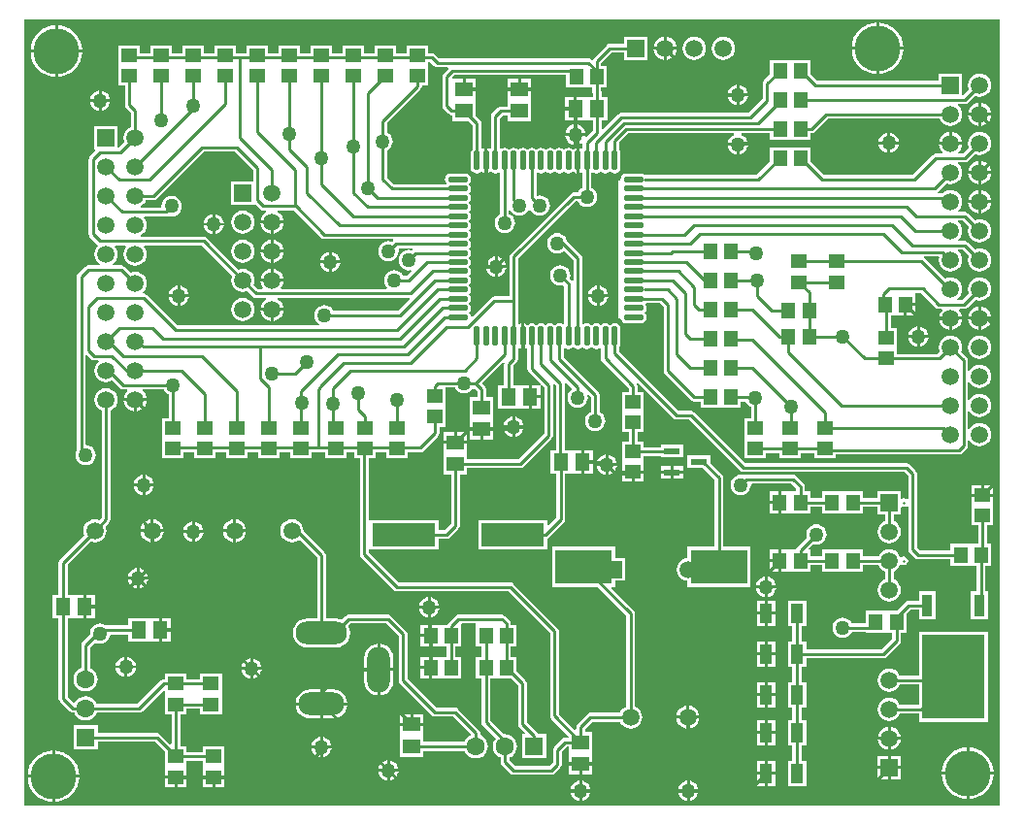
<source format=gtl>
%FSTAX53Y53*%
%MOMM*%
%SFA1B1*%

%IPPOS*%
%AMD1010*
%
%ADD10R,1.299997X1.499997*%
%ADD11R,1.399997X1.199998*%
%ADD12R,0.949998X1.899996*%
%ADD13R,5.499989X7.399985*%
%ADD14R,1.199998X1.399997*%
%ADD15R,1.099998X1.699997*%
%ADD16R,1.499997X1.299997*%
%ADD17R,4.999990X2.999994*%
%ADD18R,5.499989X1.999996*%
%ADD19O,1.749997X0.549999*%
%ADD20O,0.549999X1.749997*%
%ADD21R,1.449997X0.599999*%
%ADD22C,0.250000*%
%ADD23C,3.999992*%
%ADD24C,1.499997*%
%ADD25R,1.499997X1.499997*%
%ADD26R,1.499997X1.499997*%
%ADD27C,1.599997*%
%ADD28R,1.599997X1.599997*%
%ADD29C,1.499997*%
%ADD30O,1.999996X3.999992*%
%ADD31O,3.999992X1.999996*%
%ADD32O,4.499991X1.999996*%
%ADD33R,1.599997X1.599997*%
%ADD34C,1.269997*%
%LNmain_board_pcb-1*%
%LPD*%
G36*
X00143509Y00034289D02*
X00058419D01*
Y00102869*
X00143509*
Y00034289*
G37*
%LNmain_board_pcb-2*%
%LPC*%
G36*
X00071199Y00050609D02*
X00070429D01*
Y00049729*
X00071199*
Y00050609*
G37*
G36*
X00122979Y00050929D02*
X00122309D01*
Y00049949*
X00122979*
Y00050929*
G37*
G36*
X00123909D02*
X00123239D01*
Y00049949*
X00123909*
Y00050929*
G37*
G36*
X00093719Y00050049D02*
X00092989D01*
Y00049219*
X00093719*
Y00050049*
G37*
G36*
X00123909Y00048599D02*
X00123239D01*
Y00047619*
X00123909*
Y00048599*
G37*
G36*
X00093719Y00048969D02*
X00092989D01*
Y00048139*
X00093719*
Y00048969*
G37*
G36*
X00071199Y00049469D02*
X00070429D01*
Y00048599*
X00071199*
Y00049469*
G37*
G36*
X00069389Y00050609D02*
X00069319D01*
X00069299*
X00067489*
Y00049989*
X00065549*
X00065469Y00050049*
X00065259Y00050139*
X00065019Y00050169*
X00064789Y00050139*
X00064579Y00050049*
X00064389Y00049909*
X00064249Y00049719*
X00064159Y00049509*
X00064129Y00049279*
X00064139Y00049189*
X00063489Y00048539*
X00063399Y00048409*
X00063369Y00048269*
Y00046259*
X00063229Y00046199*
X00063009Y00046039*
X00062839Y00045819*
X00062729Y00045559*
X00062699Y00045279*
X00062729Y00045009*
X00062839Y00044749*
X00063009Y00044529*
X00063229Y00044359*
X00063479Y00044259*
X00063759Y00044219*
X00064039Y00044259*
X00064289Y00044359*
X00064509Y00044529*
X00064679Y00044749*
X00064789Y00045009*
X00064819Y00045279*
X00064789Y00045559*
X00064679Y00045819*
X00064509Y00046039*
X00064289Y00046199*
X00064149Y00046259*
Y00048109*
X00064559Y00048509*
X00064579Y00048499*
X00064789Y00048409*
X00065019Y00048379*
X00065259Y00048409*
X00065469Y00048499*
X00065659Y00048639*
X00065799Y00048829*
X00065889Y00049039*
X00065909Y00049209*
X00067489*
Y00048599*
X00069299*
X00069389*
X00070169*
Y00049599*
Y00050609*
X00069389*
G37*
G36*
X00123909Y00052159D02*
X00123239D01*
Y00051179*
X00123909*
Y00052159*
G37*
G36*
X00137899Y00052949D02*
X00136439D01*
Y00052129*
X00135559*
X00135419Y00052099*
X00135289Y00052019*
X00134519Y00051249*
X00133649*
X00133559*
X00131849*
Y00050169*
X00130599*
X00130569Y00050229*
X00130429Y00050419*
X00130239Y00050559*
X00130029Y00050649*
X00129789Y00050679*
X00129559Y00050649*
X00129349Y00050559*
X00129159Y00050419*
X00129019Y00050229*
X00128929Y00050019*
X00128899Y00049779*
X00128929Y00049549*
X00129019Y00049339*
X00129159Y00049149*
X00129349Y00049009*
X00129559Y00048919*
X00129789Y00048889*
X00130029Y00048919*
X00130239Y00049009*
X00130429Y00049149*
X00130569Y00049339*
X00130599Y00049399*
X00131849*
Y00049339*
X00133559*
X00133649*
X00134119*
Y00048809*
X00133189Y00047889*
X00126609*
Y00048599*
X00126199*
Y00049949*
X00126609*
Y00052159*
X00125009*
Y00049949*
X00125419*
Y00048599*
X00125009*
Y00046389*
X00125419*
Y00045049*
X00125009*
Y00042839*
X00125419*
Y00041739*
X00125009*
Y00039539*
X00125419*
Y00038189*
X00125009*
Y00035979*
X00126609*
Y00038189*
X00126199*
Y00039539*
X00126609*
Y00041739*
X00126199*
Y00042839*
X00126609*
Y00045049*
X00126199*
Y00046389*
X00126609*
Y00047109*
X00133349*
X00133499Y00047139*
X00133619Y00047219*
X00134779Y00048379*
X00134859Y00048499*
X00134889Y00048649*
Y00049339*
X00135359*
Y00050989*
X00135719Y00051359*
X00136439*
Y00050539*
X00137899*
Y00052949*
G37*
G36*
X00093599Y00052439D02*
X00093489Y00052429D01*
X00093279Y00052339*
X00093089Y00052199*
X00092949Y00052009*
X00092859Y00051789*
X00092849Y00051689*
X00093599*
Y00052439*
G37*
G36*
X00122979Y00052159D02*
X00122309D01*
Y00051179*
X00122979*
Y00052159*
G37*
G36*
X00064599Y00051509D02*
X00063819D01*
Y00050629*
X00064599*
Y00051509*
G37*
G36*
X00093599Y00051439D02*
X00092849D01*
X00092859Y00051329*
X00092949Y00051109*
X00093089Y00050929*
X00093279Y00050789*
X00093489Y00050699*
X00093599Y00050679*
Y00051439*
G37*
G36*
X00094609D02*
X00093849D01*
Y00050679*
X00093959Y00050699*
X00094169Y00050789*
X00094359Y00050929*
X00094499Y00051109*
X00094589Y00051329*
X00094609Y00051439*
G37*
G36*
X00122979Y00048599D02*
X00122309D01*
Y00047619*
X00122979*
Y00048599*
G37*
G36*
X00068139Y00046249D02*
X00067389D01*
Y00045499*
X00067499Y00045509*
X00067709Y00045599*
X00067899Y00045739*
X00068039Y00045929*
X00068129Y00046139*
X00068139Y00046249*
G37*
G36*
X00142449Y00049449D02*
X00136439D01*
Y00045599*
X00134779*
X00134729Y00045719*
X00134569Y00045929*
X00134359Y00046089*
X00134119Y00046189*
X00133859Y00046219*
X00133599Y00046189*
X00133349Y00046089*
X00133139Y00045929*
X00132979Y00045719*
X00132879Y00045469*
X00132849Y00045209*
X00132879Y00044949*
X00132979Y00044709*
X00133139Y00044499*
X00133349Y00044339*
X00133599Y00044229*
X00133859Y00044199*
X00134119Y00044229*
X00134359Y00044339*
X00134569Y00044499*
X00134729Y00044709*
X00134779Y00044819*
X00136439*
Y00043059*
X00134779*
X00134729Y00043179*
X00134569Y00043389*
X00134359Y00043549*
X00134119Y00043649*
X00133859Y00043679*
X00133599Y00043649*
X00133349Y00043549*
X00133139Y00043389*
X00132979Y00043179*
X00132879Y00042929*
X00132849Y00042669*
X00132879Y00042409*
X00132979Y00042169*
X00133139Y00041959*
X00133349Y00041799*
X00133599Y00041689*
X00133859Y00041659*
X00134119Y00041689*
X00134359Y00041799*
X00134569Y00041959*
X00134729Y00042169*
X00134779Y00042279*
X00136439*
Y00041539*
X00142449*
Y00049449*
G37*
G36*
X00089209Y00048379D02*
X00089009Y00048349D01*
X00088699Y00048229*
X00088439Y00048029*
X00088239Y00047759*
X00088109Y00047459*
X00088069Y00047129*
Y00046259*
X00089209*
Y00048379*
G37*
G36*
X00067139Y00046249D02*
X00066379D01*
X00066399Y00046139*
X00066489Y00045929*
X00066629Y00045739*
X00066819Y00045599*
X00067029Y00045509*
X00067139Y00045499*
Y00046249*
G37*
G36*
X00093719Y00046169D02*
X00092989D01*
Y00045349*
X00093719*
Y00046169*
G37*
G36*
X00078109Y00046099D02*
X00077349D01*
X00077369Y00045999*
X00077459Y00045779*
X00077599Y00045589*
X00077779Y00045449*
X00077999Y00045359*
X00078109Y00045349*
Y00046099*
G37*
G36*
X00079109D02*
X00078359D01*
Y00045349*
X00078459Y00045359*
X00078679Y00045449*
X00078869Y00045589*
X00079009Y00045779*
X00079099Y00045999*
X00079109Y00046099*
G37*
G36*
X00089459Y00048379D02*
Y00046259D01*
X00090599*
Y00047129*
X00090559Y00047459*
X00090429Y00047759*
X00090229Y00048029*
X00089969Y00048229*
X00089659Y00048349*
X00089459Y00048379*
G37*
G36*
X00093719Y00047249D02*
X00092989D01*
Y00046429*
X00093719*
Y00047249*
G37*
G36*
X00067139Y00047259D02*
X00067029Y00047239D01*
X00066819Y00047149*
X00066629Y00047009*
X00066489Y00046829*
X00066399Y00046609*
X00066379Y00046499*
X00067139*
Y00047259*
G37*
G36*
X00067389D02*
Y00046499D01*
X00068139*
X00068129Y00046609*
X00068039Y00046829*
X00067899Y00047009*
X00067709Y00047149*
X00067499Y00047239*
X00067389Y00047259*
G37*
G36*
X00123909Y00047369D02*
X00123239D01*
Y00046389*
X00123909*
Y00047369*
G37*
G36*
X00078109Y00047109D02*
X00077999Y00047089D01*
X00077779Y00046999*
X00077599Y00046859*
X00077459Y00046679*
X00077369Y00046459*
X00077349Y00046349*
X00078109*
Y00047109*
G37*
G36*
X00078359D02*
Y00046349D01*
X00079109*
X00079099Y00046459*
X00079009Y00046679*
X00078869Y00046859*
X00078679Y00046999*
X00078459Y00047089*
X00078359Y00047109*
G37*
G36*
X00122979Y00047369D02*
X00122309D01*
Y00046389*
X00122979*
Y00047369*
G37*
G36*
X00093849Y00052439D02*
Y00051689D01*
X00094609*
X00094589Y00051789*
X00094499Y00052009*
X00094359Y00052199*
X00094169Y00052339*
X00093959Y00052429*
X00093849Y00052439*
G37*
G36*
X00073279Y00059049D02*
Y00058289D01*
X00074029*
X00074019Y00058399*
X00073929Y00058609*
X00073789Y00058799*
X00073599Y00058939*
X00073379Y00059029*
X00073279Y00059049*
G37*
G36*
X00069439Y00059229D02*
X00069299Y00059219D01*
X00069059Y00059109*
X00068849Y00058949*
X00068689Y00058739*
X00068579Y00058499*
X00068569Y00058359*
X00069439*
Y00059229*
G37*
G36*
X00069689D02*
Y00058359D01*
X00070559*
X00070539Y00058499*
X00070439Y00058739*
X00070279Y00058949*
X00070069Y00059109*
X00069819Y00059219*
X00069689Y00059229*
G37*
G36*
X00073029Y00059049D02*
X00072919Y00059029D01*
X00072699Y00058939*
X00072519Y00058799*
X00072379Y00058609*
X00072289Y00058399*
X00072269Y00058289*
X00073029*
Y00059049*
G37*
G36*
X00077749Y00058109D02*
X00076879D01*
Y00057239*
X00077019Y00057259*
X00077259Y00057359*
X00077469Y00057519*
X00077629Y00057729*
X00077729Y00057979*
X00077749Y00058109*
G37*
G36*
X00073029Y00058039D02*
X00072269D01*
X00072289Y00057929*
X00072379Y00057719*
X00072519Y00057529*
X00072699Y00057389*
X00072919Y00057299*
X00073029Y00057289*
Y00058039*
G37*
G36*
X00074029D02*
X00073279D01*
Y00057289*
X00073379Y00057299*
X00073599Y00057389*
X00073789Y00057529*
X00073929Y00057719*
X00074019Y00057929*
X00074029Y00058039*
G37*
G36*
X00076629Y00059229D02*
X00076489Y00059219D01*
X00076249Y00059109*
X00076039Y00058949*
X00075879Y00058739*
X00075779Y00058499*
X00075759Y00058359*
X00076629*
Y00059229*
G37*
G36*
X00068709Y00062099D02*
X00067949D01*
X00067969Y00061999*
X00068059Y00061779*
X00068199Y00061599*
X00068389Y00061449*
X00068599Y00061359*
X00068709Y00061349*
Y00062099*
G37*
G36*
X00069709D02*
X00068959D01*
Y00061349*
X00069069Y00061359*
X00069279Y00061449*
X00069469Y00061599*
X00069609Y00061779*
X00069699Y00061999*
X00069709Y00062099*
G37*
G36*
X00141859Y00062209D02*
X00141029D01*
Y00061479*
X00141859*
Y00062209*
G37*
G36*
X00124189Y00061659D02*
X00123469D01*
Y00060829*
X00124189*
Y00061659*
G37*
G36*
X00076879Y00059229D02*
Y00058359D01*
X00077749*
X00077729Y00058499*
X00077629Y00058739*
X00077469Y00058949*
X00077259Y00059109*
X00077019Y00059219*
X00076879Y00059229*
G37*
G36*
X00065539Y00070679D02*
X00065279Y00070649D01*
X00065029Y00070539*
X00064819Y00070379*
X00064659Y00070169*
X00064559Y00069929*
X00064529Y00069669*
X00064559Y00069409*
X00064659Y00069159*
X00064819Y00068949*
X00065029Y00068789*
X00065149Y00068739*
Y00059369*
X00064939Y00059169*
X00064819Y00059219*
X00064559Y00059249*
X00064299Y00059219*
X00064059Y00059109*
X00063849Y00058949*
X00063679Y00058739*
X00063579Y00058499*
X00063549Y00058239*
X00063579Y00057979*
X00063629Y00057859*
X00061519Y00055739*
X00061439Y00055619*
X00061409Y00055469*
Y00052639*
X00060889*
Y00050629*
X00061409*
Y00043619*
X00061439Y00043469*
X00061519Y00043339*
X00062389Y00042469*
X00062519Y00042389*
X00062669Y00042359*
X00062779*
X00062839Y00042209*
X00063009Y00041989*
X00063229Y00041819*
X00063479Y00041719*
X00063759Y00041679*
X00064039Y00041719*
X00064289Y00041819*
X00064509Y00041989*
X00064679Y00042209*
X00064739Y00042359*
X00068429*
X00068579Y00042389*
X00068709Y00042469*
X00070559Y00044319*
X00070679Y00044279*
Y00044059*
Y00043969*
Y00042259*
X00071249*
Y00039669*
X00071129Y00039619*
X00070269Y00040479*
X00070139Y00040559*
X00069989Y00040589*
X00064809*
Y00041259*
X00062709*
Y00039149*
X00064809*
Y00039819*
X00069829*
X00070679Y00038969*
Y00037709*
Y00037619*
Y00036889*
X00072589*
Y00037619*
Y00037709*
Y00038179*
X00073979*
Y00037709*
Y00037619*
Y00036889*
X00075889*
Y00037619*
Y00037709*
Y00039419*
X00073979*
Y00038949*
X00072589*
Y00039419*
X00072019*
Y00042259*
X00072589*
Y00042729*
X00073729*
Y00042259*
X00075639*
Y00043969*
Y00044059*
Y00045769*
X00073729*
Y00045299*
X00072589*
Y00045769*
X00070679*
Y00045299*
X00070599*
X00070449Y00045269*
X00070329Y00045189*
X00068269Y00043129*
X00064739*
X00064679Y00043279*
X00064509Y00043499*
X00064289Y00043659*
X00064039Y00043769*
X00063759Y00043809*
X00063479Y00043769*
X00063229Y00043659*
X00063009Y00043499*
X00062839Y00043279*
Y00043269*
X00062709Y00043249*
X00062179Y00043779*
Y00050629*
X00062699*
X00062789*
X00063569*
Y00051629*
Y00052639*
X00062789*
X00062699*
X00062179*
Y00055309*
X00064179Y00057309*
X00064299Y00057259*
X00064559Y00057229*
X00064819Y00057259*
X00065069Y00057359*
X00065279Y00057519*
X00065439Y00057729*
X00065539Y00057979*
X00065569Y00058239*
X00065539Y00058499*
X00065489Y00058619*
X00065809Y00058939*
X00065899Y00059069*
X00065929Y00059209*
Y00068739*
X00066039Y00068789*
X00066249Y00068949*
X00066409Y00069159*
X00066519Y00069409*
X00066549Y00069669*
X00066519Y00069929*
X00066409Y00070169*
X00066249Y00070379*
X00066039Y00070539*
X00065799Y00070649*
X00065539Y00070679*
G37*
G36*
X00124189Y00060579D02*
X00123469D01*
Y00059749*
X00124189*
Y00060579*
G37*
G36*
X00076629Y00058109D02*
X00075759D01*
X00075779Y00057979*
X00075879Y00057729*
X00076039Y00057519*
X00076249Y00057359*
X00076489Y00057259*
X00076629Y00057239*
Y00058109*
G37*
G36*
X00069209Y00053969D02*
X00068449D01*
Y00053219*
X00068559Y00053239*
X00068769Y00053329*
X00068959Y00053469*
X00069099Y00053649*
X00069189Y00053869*
X00069209Y00053969*
G37*
G36*
X00118229Y00064819D02*
X00116269D01*
Y00063709*
X00117609*
X00118599Y00062719*
Y00056869*
X00116229*
Y00055879*
X00116079Y00055859*
X00115829Y00055749*
X00115619Y00055589*
X00115459Y00055379*
X00115359Y00055139*
X00115329Y00054879*
X00115359Y00054619*
X00115459Y00054369*
X00115619Y00054159*
X00115829Y00053999*
X00116079Y00053899*
X00116229Y00053879*
Y00053359*
X00121739*
Y00056869*
X00119379*
Y00062879*
X00119349Y00063019*
X00119259Y00063149*
X00118229Y00064179*
Y00064819*
G37*
G36*
X00122979Y00054219D02*
X00122879Y00054209D01*
X00122659Y00054119*
X00122479Y00053969*
X00122329Y00053789*
X00122239Y00053569*
X00122229Y00053469*
X00122979*
Y00054219*
G37*
G36*
X00068199Y00053969D02*
X00067449D01*
X00067459Y00053869*
X00067549Y00053649*
X00067689Y00053469*
X00067879Y00053329*
X00068089Y00053239*
X00068199Y00053219*
Y00053969*
G37*
G36*
X00064599Y00052639D02*
X00063819D01*
Y00051759*
X00064599*
Y00052639*
G37*
G36*
X00122979Y00053209D02*
X00122229D01*
X00122239Y00053109*
X00122329Y00052889*
X00122479Y00052709*
X00122659Y00052559*
X00122879Y00052469*
X00122979Y00052459*
Y00053209*
G37*
G36*
X00123989D02*
X00123239D01*
Y00052459*
X00123339Y00052469*
X00123559Y00052559*
X00123739Y00052709*
X00123889Y00052889*
X00123979Y00053109*
X00123989Y00053209*
G37*
G36*
X00123239Y00054219D02*
Y00053469D01*
X00123989*
X00123979Y00053569*
X00123889Y00053789*
X00123739Y00053969*
X00123559Y00054119*
X00123339Y00054209*
X00123239Y00054219*
G37*
G36*
X00127509Y00058809D02*
X00127279Y00058779D01*
X00127059Y00058689*
X00126869Y00058549*
X00126729Y00058359*
X00126639Y00058139*
X00126609Y00057909*
X00126639Y00057679*
X00126669Y00057619*
X00125849Y00056799*
X00125759Y00056669*
X00125739Y00056579*
X00125269*
X00125179*
X00124449*
Y00055629*
Y00054669*
X00125179*
X00125269*
X00126979*
Y00055239*
X00128039*
Y00054669*
X00129749*
X00129839*
X00131549*
Y00055239*
X00132929*
X00132979Y00055119*
X00133139Y00054909*
X00133349Y00054749*
X00133469Y00054699*
Y00054009*
X00133349Y00053959*
X00133139Y00053799*
X00132979Y00053589*
X00132879Y00053349*
X00132849Y00053089*
X00132879Y00052819*
X00132979Y00052579*
X00133139Y00052369*
X00133349Y00052209*
X00133599Y00052109*
X00133859Y00052069*
X00134119Y00052109*
X00134359Y00052209*
X00134569Y00052369*
X00134729Y00052579*
X00134839Y00052819*
X00134869Y00053089*
X00134839Y00053349*
X00134729Y00053589*
X00134569Y00053799*
X00134359Y00053959*
X00134249Y00054009*
Y00054699*
X00134359Y00054749*
X00134569Y00054909*
X00134729Y00055119*
X00134799Y00055269*
X00134919Y00055309*
X00134979Y00055269*
X00135129Y00055239*
X00135279Y00055269*
X00135399Y00055349*
X00135489Y00055479*
X00135519Y00055629*
X00135489Y00055769*
X00135399Y00055899*
X00135279Y00055979*
X00135129Y00056009*
X00134979Y00055979*
X00134919Y00055939*
X00134799Y00055979*
X00134729Y00056129*
X00134569Y00056339*
X00134359Y00056499*
X00134119Y00056599*
X00133859Y00056639*
X00133599Y00056599*
X00133349Y00056499*
X00133139Y00056339*
X00132979Y00056129*
X00132929Y00056009*
X00131549*
Y00056579*
X00129839*
X00129749*
X00128039*
Y00056009*
X00126979*
Y00056579*
X00126889*
X00126839Y00056699*
X00127219Y00057069*
X00127279Y00057049*
X00127509Y00057019*
X00127739Y00057049*
X00127959Y00057139*
X00128139Y00057279*
X00128279Y00057459*
X00128369Y00057679*
X00128399Y00057909*
X00128369Y00058139*
X00128279Y00058359*
X00128139Y00058549*
X00127959Y00058689*
X00127739Y00058779*
X00127509Y00058809*
G37*
G36*
X00069439Y00058109D02*
X00068569D01*
X00068579Y00057979*
X00068689Y00057729*
X00068849Y00057519*
X00069059Y00057359*
X00069299Y00057259*
X00069439Y00057239*
Y00058109*
G37*
G36*
X00070559D02*
X00069689D01*
Y00057239*
X00069819Y00057259*
X00070069Y00057359*
X00070279Y00057519*
X00070439Y00057729*
X00070539Y00057979*
X00070559Y00058109*
G37*
G36*
X00124189Y00056579D02*
X00123469D01*
Y00055749*
X00124189*
Y00056579*
G37*
G36*
X00068199Y00054979D02*
X00068089Y00054969D01*
X00067879Y00054879*
X00067689Y00054739*
X00067549Y00054549*
X00067459Y00054329*
X00067449Y00054229*
X00068199*
Y00054979*
G37*
G36*
X00068449D02*
Y00054229D01*
X00069209*
X00069189Y00054329*
X00069099Y00054549*
X00068959Y00054739*
X00068769Y00054879*
X00068559Y00054969*
X00068449Y00054979*
G37*
G36*
X00124189Y00055499D02*
X00123469D01*
Y00054669*
X00124189*
Y00055499*
G37*
G36*
X00133729Y00037469D02*
X00132849D01*
Y00036589*
X00133729*
Y00037469*
G37*
G36*
X00134859D02*
X00133989D01*
Y00036589*
X00134859*
Y00037469*
G37*
G36*
X00060829Y00039079D02*
X00060519Y00039049D01*
X00060089Y00038919*
X00059699Y00038709*
X00059359Y00038429*
X00059079Y00038089*
X00058869Y00037699*
X00058739Y00037269*
X00058709Y00036959*
X00060829*
Y00039079*
G37*
G36*
X00091049Y00037209D02*
X00090299D01*
Y00036459*
X00090399Y00036469*
X00090619Y00036559*
X00090799Y00036699*
X00090949Y00036889*
X00091039Y00037109*
X00091049Y00037209*
G37*
G36*
X00122979Y00036959D02*
X00122309D01*
Y00035979*
X00122979*
Y00036959*
G37*
G36*
X00123909D02*
X00123239D01*
Y00035979*
X00123909*
Y00036959*
G37*
G36*
X00090039Y00037209D02*
X00089289D01*
X00089299Y00037109*
X00089389Y00036889*
X00089539Y00036699*
X00089719Y00036559*
X00089939Y00036469*
X00090039Y00036459*
Y00037209*
G37*
G36*
X00061089Y00039079D02*
Y00036959D01*
X00063209*
X00063179Y00037269*
X00063049Y00037699*
X00062839Y00038089*
X00062559Y00038429*
X00062219Y00038709*
X00061829Y00038919*
X00061399Y00039049*
X00061089Y00039079*
G37*
G36*
X00140589Y00039339D02*
X00140269Y00039309D01*
X00139849Y00039179*
X00139459Y00038969*
X00139109Y00038689*
X00138829Y00038339*
X00138619Y00037949*
X00138489Y00037529*
X00138459Y00037209*
X00140589*
Y00039339*
G37*
G36*
X00140839D02*
Y00037209D01*
X00142969*
X00142939Y00037529*
X00142809Y00037949*
X00142599Y00038339*
X00142319Y00038689*
X00141969Y00038969*
X00141579Y00039179*
X00141159Y00039309*
X00140839Y00039339*
G37*
G36*
X00090039Y00038219D02*
X00089939Y00038199D01*
X00089719Y00038109*
X00089539Y00037969*
X00089389Y00037789*
X00089299Y00037569*
X00089289Y00037469*
X00090039*
Y00038219*
G37*
G36*
X00123909Y00038189D02*
X00123239D01*
Y00037209*
X00123909*
Y00038189*
G37*
G36*
X00106809Y00037779D02*
X00105929D01*
Y00037009*
X00106809*
Y00037779*
G37*
G36*
X00107939D02*
X00107059D01*
Y00037009*
X00107939*
Y00037779*
G37*
G36*
X00122979Y00038189D02*
X00122309D01*
Y00037209*
X00122979*
Y00038189*
G37*
G36*
X00075889Y00036639D02*
X00075059D01*
Y00035909*
X00075889*
Y00036639*
G37*
G36*
X00116209Y00035429D02*
X00115449D01*
X00115469Y00035329*
X00115559Y00035109*
X00115699Y00034929*
X00115879Y00034779*
X00116099Y00034689*
X00116209Y00034679*
Y00035429*
G37*
G36*
X00117209D02*
X00116459D01*
Y00034679*
X00116559Y00034689*
X00116779Y00034779*
X00116969Y00034929*
X00117109Y00035109*
X00117199Y00035329*
X00117209Y00035429*
G37*
G36*
X00140589Y00036959D02*
X00138459D01*
X00138489Y00036639*
X00138619Y00036219*
X00138829Y00035829*
X00139109Y00035479*
X00139459Y00035199*
X00139849Y00034989*
X00140269Y00034859*
X00140589Y00034829*
Y00036959*
G37*
G36*
X00107809Y00035429D02*
X00107059D01*
Y00034679*
X00107169Y00034689*
X00107379Y00034779*
X00107569Y00034929*
X00107709Y00035109*
X00107799Y00035329*
X00107809Y00035429*
G37*
G36*
X00060829Y00036699D02*
X00058709D01*
X00058739Y00036389*
X00058869Y00035959*
X00059079Y00035569*
X00059359Y00035229*
X00059699Y00034949*
X00060089Y00034739*
X00060519Y00034609*
X00060829Y00034579*
Y00036699*
G37*
G36*
X00063209D02*
X00061089D01*
Y00034579*
X00061399Y00034609*
X00061829Y00034739*
X00062219Y00034949*
X00062559Y00035229*
X00062839Y00035569*
X00063049Y00035959*
X00063179Y00036389*
X00063209Y00036699*
G37*
G36*
X00106809Y00035429D02*
X00106049D01*
X00106069Y00035329*
X00106159Y00035109*
X00106299Y00034929*
X00106489Y00034779*
X00106699Y00034689*
X00106809Y00034679*
Y00035429*
G37*
G36*
X00142969Y00036959D02*
X00140839D01*
Y00034829*
X00141159Y00034859*
X00141579Y00034989*
X00141969Y00035199*
X00142319Y00035479*
X00142599Y00035829*
X00142809Y00036219*
X00142939Y00036639*
X00142969Y00036959*
G37*
G36*
X00071509Y00036639D02*
X00070679D01*
Y00035909*
X00071509*
Y00036639*
G37*
G36*
X00072589D02*
X00071759D01*
Y00035909*
X00072589*
Y00036639*
G37*
G36*
X00074809D02*
X00073979D01*
Y00035909*
X00074809*
Y00036639*
G37*
G36*
X00116459Y00036439D02*
Y00035689D01*
X00117209*
X00117199Y00035789*
X00117109Y00036009*
X00116969Y00036189*
X00116779Y00036339*
X00116559Y00036429*
X00116459Y00036439*
G37*
G36*
X00106809D02*
X00106699Y00036429D01*
X00106489Y00036339*
X00106299Y00036189*
X00106159Y00036009*
X00106069Y00035789*
X00106049Y00035689*
X00106809*
Y00036439*
G37*
G36*
X00107059D02*
Y00035689D01*
X00107809*
X00107799Y00035789*
X00107709Y00036009*
X00107569Y00036189*
X00107379Y00036339*
X00107169Y00036429*
X00107059Y00036439*
G37*
G36*
X00116209D02*
X00116099Y00036429D01*
X00115879Y00036339*
X00115699Y00036189*
X00115559Y00036009*
X00115469Y00035789*
X00115449Y00035689*
X00116209*
Y00036439*
G37*
G36*
X00090299Y00038219D02*
Y00037469D01*
X00091049*
X00091039Y00037569*
X00090949Y00037789*
X00090799Y00037969*
X00090619Y00038109*
X00090399Y00038199*
X00090299Y00038219*
G37*
G36*
X00086579Y00042999D02*
X00084459D01*
Y00041869*
X00085329*
X00085659Y00041909*
X00085969Y00042039*
X00086229Y00042239*
X00086429Y00042499*
X00086559Y00042799*
X00086579Y00042999*
G37*
G36*
X00116169Y00042979D02*
X00116039Y00042959D01*
X00115789Y00042859*
X00115579Y00042699*
X00115419Y00042489*
X00115319Y00042239*
X00115299Y00042109*
X00116169*
Y00042979*
G37*
G36*
X00116429D02*
Y00042109D01*
X00117289*
X00117279Y00042239*
X00117179Y00042489*
X00117009Y00042699*
X00116799Y00042859*
X00116559Y00042959*
X00116429Y00042979*
G37*
G36*
X00084209Y00042999D02*
X00082089D01*
X00082109Y00042799*
X00082239Y00042499*
X00082439Y00042239*
X00082699Y00042039*
X00083009Y00041909*
X00083329Y00041869*
X00084209*
Y00042999*
G37*
G36*
X00117289Y00041849D02*
X00116429D01*
Y00040989*
X00116559Y00040999*
X00116799Y00041099*
X00117009Y00041269*
X00117179Y00041479*
X00117279Y00041719*
X00117289Y00041849*
G37*
G36*
X00092069Y00042239D02*
X00091199D01*
Y00041459*
X00092069*
Y00042239*
G37*
G36*
X00093209D02*
X00092329D01*
Y00041459*
X00093209*
Y00042239*
G37*
G36*
X00122979Y00043809D02*
X00122309D01*
Y00042839*
X00122979*
Y00043809*
G37*
G36*
X00090599Y00045999D02*
X00089459D01*
Y00043879*
X00089659Y00043909*
X00089969Y00044039*
X00090229Y00044239*
X00090429Y00044499*
X00090559Y00044799*
X00090599Y00045129*
Y00045999*
G37*
G36*
X00122979Y00045049D02*
X00122309D01*
Y00044069*
X00122979*
Y00045049*
G37*
G36*
X00123909D02*
X00123239D01*
Y00044069*
X00123909*
Y00045049*
G37*
G36*
X00089209Y00045999D02*
X00088069D01*
Y00045129*
X00088109Y00044799*
X00088239Y00044499*
X00088439Y00044239*
X00088699Y00044039*
X00089009Y00043909*
X00089209Y00043879*
Y00045999*
G37*
G36*
X00123909Y00043809D02*
X00123239D01*
Y00042839*
X00123909*
Y00043809*
G37*
G36*
X00084209Y00044399D02*
X00083329D01*
X00083009Y00044349*
X00082699Y00044229*
X00082439Y00044029*
X00082239Y00043759*
X00082109Y00043459*
X00082089Y00043259*
X00084209*
Y00044399*
G37*
G36*
X00085329D02*
X00084459D01*
Y00043259*
X00086579*
X00086559Y00043459*
X00086429Y00043759*
X00086229Y00044029*
X00085969Y00044229*
X00085659Y00044349*
X00085329Y00044399*
G37*
G36*
X00116169Y00041849D02*
X00115299D01*
X00115319Y00041719*
X00115419Y00041479*
X00115579Y00041269*
X00115789Y00041099*
X00116039Y00040999*
X00116169Y00040989*
Y00041849*
G37*
G36*
X00133729Y00040009D02*
X00132859D01*
X00132879Y00039869*
X00132979Y00039629*
X00133139Y00039419*
X00133349Y00039259*
X00133599Y00039149*
X00133729Y00039139*
Y00040009*
G37*
G36*
X00134849D02*
X00133989D01*
Y00039139*
X00134119Y00039149*
X00134359Y00039259*
X00134569Y00039419*
X00134729Y00039629*
X00134839Y00039869*
X00134849Y00040009*
G37*
G36*
X00084199Y00040249D02*
X00084099Y00040239D01*
X00083879Y00040149*
X00083689Y00039999*
X00083549Y00039819*
X00083459Y00039599*
X00083449Y00039499*
X00084199*
Y00040249*
G37*
G36*
X00085209Y00039239D02*
X00084459D01*
Y00038489*
X00084559Y00038499*
X00084779Y00038589*
X00084959Y00038739*
X00085099Y00038919*
X00085189Y00039139*
X00085209Y00039239*
G37*
G36*
X00133729Y00038599D02*
X00132849D01*
Y00037719*
X00133729*
Y00038599*
G37*
G36*
X00134859D02*
X00133989D01*
Y00037719*
X00134859*
Y00038599*
G37*
G36*
X00084199Y00039239D02*
X00083449D01*
X00083459Y00039139*
X00083549Y00038919*
X00083689Y00038739*
X00083879Y00038589*
X00084099Y00038499*
X00084199Y00038489*
Y00039239*
G37*
G36*
X00084459Y00040249D02*
Y00039499D01*
X00085209*
X00085189Y00039599*
X00085099Y00039819*
X00084959Y00039999*
X00084779Y00040149*
X00084559Y00040239*
X00084459Y00040249*
G37*
G36*
X00081749Y00059249D02*
X00081489Y00059219D01*
X00081249Y00059109*
X00081039Y00058949*
X00080879Y00058739*
X00080779Y00058499*
X00080739Y00058239*
X00080779Y00057979*
X00080879Y00057729*
X00081039Y00057519*
X00081249Y00057359*
X00081489Y00057259*
X00081749Y00057229*
X00082019Y00057259*
X00082259Y00057359*
X00082429Y00057489*
X00083949Y00055969*
Y00050599*
X00083079*
X00082759Y00050549*
X00082449Y00050429*
X00082189Y00050229*
X00081989Y00049959*
X00081859Y00049659*
X00081819Y00049329*
X00081859Y00048999*
X00081989Y00048699*
X00082189Y00048439*
X00082449Y00048239*
X00082759Y00048109*
X00083079Y00048069*
X00085579*
X00085909Y00048109*
X00086219Y00048239*
X00086479Y00048439*
X00086679Y00048699*
X00086809Y00048999*
X00086849Y00049329*
X00086809Y00049659*
X00086679Y00049959*
X00086669Y00049979*
X00086839Y00050159*
X00090009*
X00091049Y00049119*
Y00045209*
X00091079Y00045059*
X00091169Y00044939*
X00093959Y00042139*
X00094089Y00042059*
X00094229Y00042029*
X00095849*
X00097359Y00040519*
X00097339Y00040389*
X00097259Y00040359*
X00097039Y00040189*
X00096879Y00039969*
X00096809Y00039819*
X00093209*
Y00040339*
Y00040429*
Y00041209*
X00091199*
Y00040429*
Y00040339*
Y00038529*
X00093209*
Y00039049*
X00096819*
X00096879Y00038909*
X00097039Y00038689*
X00097259Y00038519*
X00097519Y00038419*
X00097799Y00038379*
X00098069Y00038419*
X00098329Y00038519*
X00098549Y00038689*
X00098719Y00038909*
X00098819Y00039169*
X00098859Y00039439*
X00098819Y00039719*
X00098719Y00039969*
X00098549Y00040189*
X00098329Y00040359*
X00098179Y00040419*
Y00040639*
X00098149Y00040759*
Y00040789*
X00098059Y00040909*
X00096289Y00042689*
X00096159Y00042779*
X00096009Y00042809*
X00094389*
X00091829Y00045369*
Y00049279*
X00091799Y00049419*
X00091709Y00049549*
X00090439Y00050819*
X00090319Y00050899*
X00090169Y00050929*
X00086679*
X00086529Y00050899*
X00086409Y00050819*
X00086069Y00050489*
X00085909Y00050549*
X00085579Y00050599*
X00084719*
Y00056129*
X00084689Y00056279*
X00084609Y00056399*
X00082769Y00058249*
X00082729Y00058499*
X00082629Y00058739*
X00082469Y00058949*
X00082259Y00059109*
X00082019Y00059219*
X00081749Y00059249*
G37*
G36*
X00122979Y00041739D02*
X00122309D01*
Y00040769*
X00122979*
Y00041739*
G37*
G36*
X00123909D02*
X00123239D01*
Y00040769*
X00123909*
Y00041739*
G37*
G36*
X00133989Y00041129D02*
Y00040259D01*
X00134849*
X00134839Y00040389*
X00134729Y00040639*
X00134569Y00040849*
X00134359Y00041009*
X00134119Y00041109*
X00133989Y00041129*
G37*
G36*
X00122979Y00040509D02*
X00122309D01*
Y00039539*
X00122979*
Y00040509*
G37*
G36*
X00123909D02*
X00123239D01*
Y00039539*
X00123909*
Y00040509*
G37*
G36*
X00133729Y00041129D02*
X00133599Y00041109D01*
X00133349Y00041009*
X00133139Y00040849*
X00132979Y00040639*
X00132879Y00040389*
X00132859Y00040259*
X00133729*
Y00041129*
G37*
G36*
X00120779Y00097149D02*
Y00096389D01*
X00121529*
X00121519Y00096499*
X00121429Y00096709*
X00121279Y00096899*
X00121099Y00097039*
X00120879Y00097129*
X00120779Y00097149*
G37*
G36*
X00120519D02*
X00120419Y00097129D01*
X00120199Y00097039*
X00120019Y00096899*
X00119869Y00096709*
X00119779Y00096499*
X00119769Y00096389*
X00120519*
Y00097149*
G37*
G36*
X00061089Y00099949D02*
X00058959D01*
X00058989Y00099629*
X00059119Y00099209*
X00059329Y00098819*
X00059609Y00098469*
X00059959Y00098189*
X00060349Y00097979*
X00060769Y00097849*
X00061089Y00097819*
Y00099949*
G37*
G36*
X00132709Y00100199D02*
X00130589D01*
X00130619Y00099889*
X00130749Y00099459*
X00130959Y00099069*
X00131239Y00098729*
X00131579Y00098449*
X00131979Y00098239*
X00132399Y00098109*
X00132709Y00098079*
Y00100199*
G37*
G36*
X00063469Y00099949D02*
X00061339D01*
Y00097819*
X00061659Y00097849*
X00062079Y00097979*
X00062469Y00098189*
X00062819Y00098469*
X00063099Y00098819*
X00063309Y00099209*
X00063439Y00099629*
X00063469Y00099949*
G37*
G36*
X00120519Y00096139D02*
X00119769D01*
X00119779Y00096029*
X00119869Y00095819*
X00120019Y00095629*
X00120199Y00095489*
X00120419Y00095399*
X00120519Y00095389*
Y00096139*
G37*
G36*
X00065899Y00095629D02*
X00065149D01*
Y00094879*
X00065259Y00094889*
X00065469Y00094979*
X00065659Y00095119*
X00065799Y00095309*
X00065889Y00095529*
X00065899Y00095629*
G37*
G36*
X00121529Y00096139D02*
X00120779D01*
Y00095389*
X00120879Y00095399*
X00121099Y00095489*
X00121279Y00095629*
X00121429Y00095819*
X00121519Y00096029*
X00121529Y00096139*
G37*
G36*
X00065149Y00096639D02*
Y00095889D01*
X00065899*
X00065889Y00095989*
X00065799Y00096209*
X00065659Y00096389*
X00065469Y00096529*
X00065259Y00096619*
X00065149Y00096639*
G37*
G36*
X00064899D02*
X00064789Y00096619D01*
X00064579Y00096529*
X00064389Y00096389*
X00064249Y00096209*
X00064159Y00095989*
X00064139Y00095889*
X00064899*
Y00096639*
G37*
G36*
X00135089Y00100199D02*
X00132969D01*
Y00098079*
X00133279Y00098109*
X00133709Y00098239*
X00134099Y00098449*
X00134439Y00098729*
X00134729Y00099069*
X00134929Y00099459*
X00135059Y00099889*
X00135089Y00100199*
G37*
G36*
X00115299D02*
X00114429D01*
Y00099329*
X00114559Y00099349*
X00114809Y00099449*
X00115019Y00099609*
X00115179Y00099819*
X00115279Y00100069*
X00115299Y00100199*
G37*
G36*
X00108329Y00079619D02*
X00108229Y00079609D01*
X00108009Y00079519*
X00107819Y00079369*
X00107679Y00079189*
X00107589Y00078969*
X00107579Y00078869*
X00108329*
Y00079619*
G37*
G36*
X00061089Y00102329D02*
X00060769Y00102299D01*
X00060349Y00102169*
X00059959Y00101959*
X00059609Y00101679*
X00059329Y00101329*
X00059119Y00100939*
X00058989Y00100519*
X00058959Y00100199*
X00061089*
Y00102329*
G37*
G36*
X00108329Y00078609D02*
X00107579D01*
X00107589Y00078509*
X00107679Y00078289*
X00107819Y00078109*
X00108009Y00077959*
X00108229Y00077869*
X00108329Y00077859*
Y00078609*
G37*
G36*
X00109339D02*
X00108579D01*
Y00077859*
X00108689Y00077869*
X00108909Y00077959*
X00109089Y00078109*
X00109229Y00078289*
X00109319Y00078509*
X00109339Y00078609*
G37*
G36*
X00119379Y00101339D02*
X00119119Y00101309D01*
X00118869Y00101209*
X00118659Y00101049*
X00118499Y00100839*
X00118399Y00100589*
X00118369Y00100329*
X00118399Y00100069*
X00118499Y00099819*
X00118659Y00099609*
X00118869Y00099449*
X00119119Y00099349*
X00119379Y00099319*
X00119639Y00099349*
X00119889Y00099449*
X00120099Y00099609*
X00120259Y00099819*
X00120359Y00100069*
X00120389Y00100329*
X00120359Y00100589*
X00120259Y00100839*
X00120099Y00101049*
X00119889Y00101209*
X00119639Y00101309*
X00119379Y00101339*
G37*
G36*
X00116839D02*
X00116579Y00101309D01*
X00116329Y00101209*
X00116119Y00101049*
X00115959Y00100839*
X00115859Y00100589*
X00115829Y00100329*
X00115859Y00100069*
X00115959Y00099819*
X00116119Y00099609*
X00116329Y00099449*
X00116579Y00099349*
X00116839Y00099319*
X00117099Y00099349*
X00117349Y00099449*
X00117559Y00099609*
X00117719Y00099819*
X00117819Y00100069*
X00117849Y00100329*
X00117819Y00100589*
X00117719Y00100839*
X00117559Y00101049*
X00117349Y00101209*
X00117099Y00101309*
X00116839Y00101339*
G37*
G36*
X00112759Y00101329D02*
X00110759D01*
Y00100719*
X00109469*
X00109329Y00100689*
X00109199Y00100599*
X00108069Y00099479*
X00107989Y00099349*
X00107909Y00099329*
X00107779Y00099419*
X00107629Y00099449*
X00094599*
X00094249Y00099799*
X00094129Y00099879*
X00093979Y00099909*
X00093659*
Y00100559*
X00091759*
Y00099909*
X00090869*
Y00100559*
X00088959*
Y00099909*
X00088079*
Y00100559*
X00086169*
Y00099909*
X00085279*
Y00100559*
X00083369*
Y00099909*
X00082489*
Y00100559*
X00080579*
Y00099909*
X00079689*
Y00100559*
X00077789*
Y00099909*
X00076899*
Y00100559*
X00074989*
Y00099909*
X00074109*
Y00100559*
X00072199*
Y00099909*
X00071309*
Y00100559*
X00069399*
Y00099909*
X00068519*
Y00100559*
X00066609*
Y00098849*
Y00098759*
Y00097049*
X00067179*
Y00095369*
X00067209Y00095219*
X00067299Y00095099*
X00067689Y00094699*
Y00093449*
X00067569Y00093399*
X00067359Y00093239*
X00067199Y00093029*
X00067099Y00092789*
X00067069Y00092529*
X00067099Y00092269*
X00067149Y00092149*
X00066659Y00091659*
X00066539Y00091709*
Y00093529*
X00064529*
Y00091519*
X00064579*
X00064629Y00091409*
X00064119Y00090899*
X00064039Y00090769*
X00064009Y00090619*
Y00084149*
X00064039Y00083999*
X00064119Y00083869*
X00064759Y00083239*
X00064799Y00083209*
X00064819Y00083079*
X00064659Y00082869*
X00064559Y00082629*
X00064529Y00082369*
X00064559Y00082109*
X00064659Y00081859*
X00064819Y00081649*
X00064979Y00081529*
X00064939Y00081409*
X00064009*
X00063889Y00081389*
X00063869Y00081379*
X00063739Y00081299*
X00063099Y00080659*
X00063019Y00080539*
X00062989Y00080389*
Y00065299*
X00062979Y00065289*
X00062889Y00065069*
X00062859Y00064839*
X00062889Y00064609*
X00062979Y00064389*
X00063129Y00064209*
X00063309Y00064069*
X00063529Y00063979*
X00063759Y00063949*
X00063989Y00063979*
X00064209Y00064069*
X00064389Y00064209*
X00064539Y00064389*
X00064629Y00064609*
X00064659Y00064839*
X00064629Y00065069*
X00064539Y00065289*
X00064389Y00065479*
X00064209Y00065619*
X00063989Y00065709*
X00063769Y00065739*
Y00073519*
X00063879Y00073569*
X00064229Y00073229*
X00064349Y00073139*
X00064499Y00073109*
X00064869*
X00064909Y00072989*
X00064819Y00072919*
X00064659Y00072709*
X00064559Y00072469*
X00064529Y00072209*
X00064559Y00071949*
X00064659Y00071699*
X00064819Y00071489*
X00065029Y00071329*
X00065279Y00071229*
X00065539Y00071199*
X00065799Y00071229*
X00066039Y00071329*
X00066089Y00071359*
X00066789Y00070659*
X00066909Y00070579*
X00067059Y00070549*
X00067379*
X00067419Y00070429*
X00067359Y00070379*
X00067199Y00070169*
X00067099Y00069929*
X00067079Y00069789*
X00069069*
X00069059Y00069929*
X00068949Y00070169*
X00068789Y00070379*
X00068739Y00070429*
X00068779Y00070549*
X00070579*
X00070599Y00070489*
X00070749Y00070299*
X00070929Y00070159*
X00070989Y00070139*
Y00068049*
X00070419*
Y00066339*
Y00066249*
Y00064539*
X00072329*
Y00065079*
X00073209*
Y00064539*
X00075119*
Y00065079*
X00076009*
Y00064539*
X00077919*
Y00065079*
X00078799*
Y00064539*
X00080709*
Y00065079*
X00081599*
Y00064539*
X00083499*
Y00065079*
X00084639*
Y00064539*
X00086549*
Y00065079*
X00087179*
Y00064539*
X00087679*
Y00056209*
X00087709Y00056059*
X00087789Y00055929*
X00090659Y00053069*
X00090779Y00052979*
X00090929Y00052949*
X00100679*
X00104259Y00049369*
Y00042099*
X00104289Y00041949*
X00104369Y00041819*
X00105879Y00040319*
X00105829Y00040199*
X00105599*
X00105449Y00040169*
X00105319Y00040089*
X00104629Y00039389*
X00104539Y00039259*
X00104509Y00039119*
Y00038009*
X00104229Y00037729*
X00101249*
X00100719Y00038249*
Y00038459*
X00100869Y00038519*
X00101089Y00038689*
X00101259Y00038909*
X00101359Y00039169*
X00101399Y00039439*
X00101359Y00039719*
X00101259Y00039969*
X00101089Y00040189*
X00100869Y00040359*
X00100609Y00040469*
X00100339Y00040509*
X00100259Y00040499*
X00099059Y00041689*
Y00045349*
X00099529*
X00099619*
X00100879*
X00101469Y00044759*
Y00041399*
X00101499Y00041249*
X00101579Y00041129*
X00102089Y00040609*
X00102039Y00040499*
X00101819*
Y00038389*
X00103929*
Y00040499*
X00103239*
X00103229Y00040529*
Y00040539*
X00103169Y00040629*
X00103149Y00040649*
X00102239Y00041559*
Y00044919*
X00102209Y00045069*
X00102129Y00045189*
X00101329Y00045999*
Y00047249*
X00100859*
Y00048139*
X00101329*
Y00050049*
X00100859*
Y00050149*
X00100829Y00050299*
X00100749Y00050419*
X00100349Y00050819*
X00100219Y00050899*
X00100079Y00050929*
X00096269*
X00096119Y00050899*
X00095989Y00050819*
X00095369Y00050199*
X00095289Y00050079*
X00095279Y00050049*
X00094789*
X00094699*
X00093969*
Y00049089*
Y00048139*
X00094699*
X00094789*
X00095259*
Y00047249*
X00094789*
X00094699*
X00093969*
Y00046299*
Y00045349*
X00094699*
X00094789*
X00096499*
Y00047249*
X00096039*
Y00048139*
X00096499*
Y00050049*
Y00050069*
X00096589Y00050159*
X00097819*
Y00050049*
Y00048139*
X00098289*
Y00047249*
X00097819*
Y00045349*
X00098289*
Y00041529*
X00098319Y00041389*
X00098399Y00041259*
X00099529Y00040129*
X00099419Y00039969*
X00099309Y00039719*
X00099269Y00039439*
X00099309Y00039169*
X00099419Y00038909*
X00099579Y00038689*
X00099799Y00038519*
X00099949Y00038459*
Y00038089*
X00099979Y00037949*
X00100059Y00037819*
X00100819Y00037059*
X00100939Y00036979*
X00101089Y00036949*
X00104389*
X00104539Y00036979*
X00104669Y00037059*
X00105179Y00037569*
X00105259Y00037699*
X00105289Y00037849*
Y00038959*
X00105759Y00039419*
X00105929*
Y00038909*
Y00038819*
Y00038039*
X00107939*
Y00038819*
Y00038909*
Y00040719*
X00107319*
Y00040989*
X00107929Y00041589*
X00110369*
X00110419Y00041479*
X00110579Y00041269*
X00110789Y00041099*
X00111039Y00040999*
X00111299Y00040969*
X00111559Y00040999*
X00111799Y00041099*
X00112009Y00041269*
X00112169Y00041479*
X00112279Y00041719*
X00112309Y00041979*
X00112279Y00042239*
X00112169Y00042489*
X00112009Y00042699*
X00111799Y00042859*
X00111689Y00042909*
Y00051009*
X00111659Y00051159*
X00111569Y00051279*
X00109609Y00053249*
X00109659Y00053359*
X00109939*
Y00053869*
X00110839*
Y00055879*
X00109939*
Y00056869*
X00104429*
Y00053359*
X00108389*
X00110909Y00050849*
Y00042909*
X00110789Y00042859*
X00110579Y00042699*
X00110419Y00042489*
X00110369Y00042369*
X00107769*
X00107619Y00042339*
X00107489Y00042259*
X00106659Y00041419*
X00106579Y00041299*
X00106549Y00041149*
Y00040919*
X00106429Y00040869*
X00105039Y00042259*
Y00049529*
X00105009Y00049679*
X00104919Y00049799*
X00101109Y00053609*
X00100989Y00053699*
X00100839Y00053729*
X00091089*
X00088449Y00056369*
Y00056659*
X00088509*
X00094519*
Y00057519*
X00095249*
X00095399Y00057549*
X00095519Y00057639*
X00096289Y00058399*
X00096369Y00058529*
X00096399Y00058669*
Y00063169*
X00097019*
Y00063689*
X00101669*
X00101809Y00063719*
X00101939Y00063799*
X00104409Y00066269*
X00104499Y00066399*
X00104529Y00066549*
Y00070939*
X00104509Y00071049*
X00104619Y00071109*
X00104769Y00070959*
Y00065269*
X00104319*
Y00063259*
X00104829*
Y00059409*
X00104139Y00058709*
X00104019Y00058759*
Y00059169*
X00098009*
Y00056659*
X00104019*
Y00057549*
X00104029*
X00104159Y00057639*
X00105499Y00058969*
X00105579Y00059099*
X00105609Y00059249*
Y00063259*
X00106129*
X00106219*
X00106999*
Y00064259*
Y00065269*
X00106219*
X00106129*
X00105539*
Y00071119*
Y00071159*
X00105649Y00071219*
X00106169Y00070699*
X00106159Y00070569*
X00106049Y00070479*
X00105899Y00070299*
X00105809Y00070079*
X00105779Y00069849*
X00105809Y00069619*
X00105899Y00069399*
X00106049Y00069219*
X00106229Y00069069*
X00106449Y00068979*
X00106679Y00068949*
X00106909Y00068979*
X00107129Y00069069*
X00107309Y00069219*
X00107459Y00069399*
X00107549Y00069619*
X00107579Y00069849*
X00107549Y00070039*
X00107669Y00070089*
X00107819Y00069939*
Y00068619*
X00107759Y00068589*
X00107569Y00068449*
X00107429Y00068269*
X00107339Y00068049*
X00107309Y00067819*
X00107339Y00067589*
X00107429Y00067369*
X00107569Y00067179*
X00107759Y00067039*
X00107969Y00066949*
X00108199Y00066919*
X00108439Y00066949*
X00108649Y00067039*
X00108839Y00067179*
X00108979Y00067369*
X00109069Y00067589*
X00109099Y00067819*
X00109069Y00068049*
X00108979Y00068269*
X00108839Y00068449*
X00108649Y00068589*
X00108589Y00068619*
Y00070099*
X00108569Y00070229*
X00108559Y00070249*
X00108479Y00070379*
X00105479Y00073379*
Y00074129*
X00105589Y00074189*
X00105689Y00074129*
X00105889Y00074089*
X00106099Y00074129*
X00106269Y00074239*
X00106309*
X00106489Y00074129*
X00106689Y00074089*
X00106899Y00074129*
X00107069Y00074239*
X00107109*
X00107289Y00074129*
X00107489Y00074089*
X00107699Y00074129*
X00107869Y00074239*
X00107909*
X00108089Y00074129*
X00108289Y00074089*
X00108499Y00074129*
X00108589Y00074189*
X00108699Y00074129*
Y00073279*
X00108729Y00073129*
X00108819Y00073009*
X00111119Y00070709*
Y00070329*
X00110549*
Y00068629*
Y00068529*
Y00066829*
X00111119*
Y00066019*
X00110549*
Y00064309*
Y00064219*
Y00063489*
X00112459*
Y00064219*
Y00064309*
Y00064769*
X00113919*
Y00064659*
X00115879*
Y00065769*
X00113919*
Y00065549*
X00112459*
Y00066019*
X00111889*
Y00066829*
X00112459*
Y00068529*
Y00068629*
Y00070329*
X00111889*
Y00070869*
X00111859Y00071009*
X00111799Y00071119*
X00111889Y00071199*
X00115039Y00068049*
X00115169Y00067969*
X00115319Y00067939*
X00116429*
X00120879Y00063479*
X00121009Y00063399*
X00121029Y00063389*
X00121159Y00063369*
X00135219*
X00135499Y00063089*
Y00061079*
X00135439Y00061009*
X00135389Y00060989*
X00135279Y00061059*
X00135129Y00061089*
X00134979Y00061059*
X00134969*
X00134859Y00061119*
Y00061709*
X00132849*
Y00061089*
X00131549*
Y00061659*
X00129839*
X00129749*
X00128039*
Y00061089*
X00126979*
Y00061659*
X00126509*
Y00062089*
X00126479Y00062239*
X00126399Y00062369*
X00125749Y00063009*
X00125619Y00063099*
X00125479Y00063129*
X00121409*
X00121259Y00063099*
X00121209Y00063059*
X00121139Y00063099*
X00120899Y00063129*
X00120669Y00063099*
X00120459Y00063009*
X00120269Y00062859*
X00120129Y00062679*
X00120039Y00062459*
X00120009Y00062229*
X00120039Y00061999*
X00120129Y00061779*
X00120269Y00061599*
X00120459Y00061449*
X00120669Y00061359*
X00120899Y00061329*
X00121139Y00061359*
X00121349Y00061449*
X00121539Y00061599*
X00121679Y00061779*
X00121769Y00061999*
X00121799Y00062229*
Y00062249*
X00121879Y00062349*
X00125319*
X00125729Y00061929*
Y00061659*
X00125269*
X00125179*
X00124449*
Y00060709*
Y00059749*
X00125179*
X00125269*
X00126979*
Y00060319*
X00128039*
Y00059749*
X00129749*
X00129839*
X00131549*
Y00060319*
X00132849*
Y00059699*
X00133469*
Y00059089*
X00133349Y00059039*
X00133139Y00058879*
X00132979Y00058669*
X00132879Y00058429*
X00132849Y00058169*
X00132879Y00057899*
X00132979Y00057659*
X00133139Y00057449*
X00133349Y00057289*
X00133599Y00057189*
X00133859Y00057149*
X00134119Y00057189*
X00134359Y00057289*
X00134569Y00057449*
X00134729Y00057659*
X00134839Y00057899*
X00134869Y00058169*
X00134839Y00058429*
X00134729Y00058669*
X00134569Y00058879*
X00134359Y00059039*
X00134249Y00059089*
Y00059699*
X00134859*
Y00060289*
X00134969Y00060349*
X00134979*
X00135129Y00060319*
X00135279Y00060349*
X00135389Y00060419*
X00135499Y00060359*
Y00056639*
X00135529Y00056489*
X00135619Y00056369*
X00136119Y00055859*
X00136249Y00055779*
X00136399Y00055749*
X00139219*
Y00055179*
X00140919*
X00141019*
X00141479*
Y00052949*
X00140999*
Y00050539*
X00142459*
Y00052949*
X00142259*
Y00055179*
X00142719*
Y00057089*
X00142369*
Y00058699*
X00142939*
Y00060409*
Y00060499*
Y00061219*
X00141029*
Y00060499*
Y00060409*
Y00058699*
X00141599*
Y00057089*
X00141019*
X00140919*
X00139219*
Y00056519*
X00136559*
X00136279Y00056799*
Y00063249*
X00136249Y00063389*
X00136159Y00063519*
X00135659Y00064029*
X00135529Y00064109*
X00135379Y00064139*
X00121319*
X00116859Y00068599*
X00116729Y00068679*
X00116589Y00068709*
X00115479*
X00110279Y00073909*
Y00074259*
X00110389Y00074419*
X00110429Y00074629*
Y00075829*
X00110389Y00076029*
X00110269Y00076209*
X00110099Y00076319*
X00109889Y00076369*
X00109689Y00076319*
X00109509Y00076209*
X00109469*
X00109299Y00076319*
X00109089Y00076369*
X00108889Y00076319*
X00108709Y00076209*
X00108669*
X00108499Y00076319*
X00108289Y00076369*
X00108089Y00076319*
X00107909Y00076209*
X00107869*
X00107699Y00076319*
X00107489Y00076369*
X00107289Y00076319*
X00107189Y00076259*
X00107079Y00076319*
Y00082029*
X00107049Y00082179*
X00106969Y00082299*
X00105769Y00083499*
Y00083539*
X00105679Y00083759*
X00105539Y00083949*
X00105349Y00084089*
X00105129Y00084179*
X00104899Y00084209*
X00104669Y00084179*
X00104449Y00084089*
X00104269Y00083949*
X00104129Y00083759*
X00104039Y00083539*
X00104009Y00083309*
X00104039Y00083079*
X00104129Y00082859*
X00104269Y00082679*
X00104449Y00082539*
X00104669Y00082449*
X00104899Y00082419*
X00105129Y00082449*
X00105349Y00082539*
X00105509Y00082659*
X00106299Y00081869*
Y00080069*
X00106179Y00080029*
X00106169Y00080059*
X00105999Y00080229*
X00106019Y00080289*
X00106049Y00080519*
X00106019Y00080749*
X00105929Y00080969*
X00105789Y00081149*
X00105599Y00081289*
X00105389Y00081379*
X00105159Y00081409*
X00104919Y00081379*
X00104709Y00081289*
X00104519Y00081149*
X00104379Y00080969*
X00104289Y00080749*
X00104259Y00080519*
X00104289Y00080289*
X00104379Y00080069*
X00104519Y00079879*
X00104709Y00079739*
X00104919Y00079649*
X00105159Y00079619*
X00105389Y00079649*
X00105399Y00079659*
X00105499Y00079589*
Y00076319*
X00105389Y00076259*
X00105299Y00076319*
X00105089Y00076369*
X00104889Y00076319*
X00104709Y00076209*
X00104669*
X00104499Y00076319*
X00104289Y00076369*
X00104089Y00076319*
X00103909Y00076209*
X00103869*
X00103699Y00076319*
X00103489Y00076369*
X00103289Y00076319*
X00103109Y00076209*
X00103069*
X00102899Y00076319*
X00102689Y00076369*
X00102489Y00076319*
X00102309Y00076209*
X00102269*
X00102099Y00076319*
X00102019Y00076339*
Y00075229*
Y00074109*
X00102099Y00074129*
X00102189Y00074189*
X00102299Y00074129*
Y00072389*
X00102329Y00072239*
X00102419Y00072119*
X00103489Y00071039*
X00103439Y00070929*
X00102679*
Y00070049*
X00103459*
Y00070909*
X00103579Y00070959*
X00103749Y00070779*
Y00066709*
X00101509Y00064459*
X00097019*
Y00064979*
Y00065069*
Y00065849*
X00095009*
Y00065069*
Y00064979*
Y00063169*
X00095619*
Y00058829*
X00095089Y00058299*
X00094519*
Y00059169*
X00088509*
X00088449Y00059219*
Y00064539*
X00089089*
Y00065079*
X00089979*
Y00064539*
X00091889*
Y00065079*
X00092939*
X00093089Y00065109*
X00093219Y00065189*
X00094509Y00066479*
X00094589Y00066609*
X00094619Y00066759*
Y00067329*
X00095189*
Y00069039*
Y00069129*
Y00070729*
X00095969*
X00095999Y00070669*
X00096139Y00070489*
X00096329Y00070339*
X00096539Y00070249*
X00096769Y00070219*
X00097009Y00070249*
X00097219Y00070339*
X00097409Y00070489*
X00097549Y00070669*
X00097799Y00070569*
X00097909Y00070459*
Y00069929*
X00097289*
Y00068119*
Y00068029*
Y00067249*
X00099299*
Y00068029*
Y00068119*
Y00069929*
X00098689*
Y00070619*
X00098659Y00070769*
X00098569Y00070899*
X00098409Y00071059*
Y00071179*
X00100169Y00072949*
X00100289Y00072889*
X00100269Y00072789*
Y00070929*
X00099749*
Y00068919*
X00101559*
X00101649*
X00102429*
Y00069919*
Y00070929*
X00101649*
X00101559*
X00101039*
Y00072629*
X00101369Y00072949*
X00101449Y00073079*
X00101479Y00073219*
Y00074129*
X00101589Y00074189*
X00101689Y00074129*
X00101759Y00074109*
Y00075229*
Y00076339*
X00101689Y00076319*
X00101589Y00076259*
X00101479Y00076319*
Y00078299*
Y00082009*
X00106459Y00086989*
X00106689*
X00106719Y00086929*
X00106859Y00086739*
X00107039Y00086599*
X00107259Y00086509*
X00107489Y00086479*
X00107719Y00086509*
X00107939Y00086599*
X00108129Y00086739*
X00108269Y00086929*
X00108359Y00087139*
X00108389Y00087379*
X00108359Y00087609*
X00108269Y00087819*
X00108129Y00088009*
X00107939Y00088149*
X00107879Y00088179*
Y00089429*
X00107989Y00089489*
X00108089Y00089429*
X00108289Y00089389*
X00108499Y00089429*
X00108669Y00089539*
X00108709*
X00108889Y00089429*
X00109089Y00089389*
X00109299Y00089429*
X00109469Y00089539*
X00109509*
X00109689Y00089429*
X00109889Y00089389*
X00110099Y00089429*
X00110269Y00089539*
X00110389Y00089719*
X00110429Y00089929*
Y00091129*
X00110389Y00091329*
X00110279Y00091499*
Y00092099*
X00111079Y00092899*
X00120299*
X00120329Y00092779*
X00120199Y00092719*
X00120019Y00092579*
X00119869Y00092399*
X00119779Y00092179*
X00119769Y00092069*
X00121529*
X00121519Y00092179*
X00121429Y00092399*
X00121279Y00092579*
X00121099Y00092719*
X00120969Y00092779*
X00120999Y00092899*
X00123469*
Y00092339*
X00125179*
X00125269*
X00126979*
Y00092899*
X00127069*
X00127219Y00092929*
X00127349Y00093019*
X00128499Y00094169*
X00138269*
X00138319Y00094049*
X00138479Y00093839*
X00138689Y00093679*
X00138939Y00093579*
X00139199Y00093549*
X00139459Y00093579*
X00139699Y00093679*
X00139909Y00093839*
X00140069Y00094049*
X00140179Y00094299*
X00140209Y00094559*
X00140179Y00094819*
X00140069Y00095069*
X00139909Y00095279*
X00139859Y00095319*
X00139899Y00095439*
X00140469*
X00140619Y00095469*
X00140739Y00095559*
X00141359Y00096169*
X00141479Y00096119*
X00141739Y00096089*
X00141999Y00096119*
X00142239Y00096219*
X00142449Y00096379*
X00142609Y00096589*
X00142719Y00096839*
X00142749Y00097099*
X00142719Y00097359*
X00142609Y00097609*
X00142449Y00097819*
X00142239Y00097979*
X00141999Y00098079*
X00141739Y00098109*
X00141479Y00098079*
X00141229Y00097979*
X00141019Y00097819*
X00140859Y00097609*
X00140759Y00097359*
X00140729Y00097099*
X00140759Y00096839*
X00140809Y00096719*
X00140319Y00096229*
X00140199Y00096279*
Y00098099*
X00138189*
Y00097489*
X00127559*
X00126979Y00098069*
Y00099319*
X00125269*
X00125179*
X00123469*
Y00098069*
X00122919Y00097509*
X00122829Y00097379*
X00122799Y00097229*
Y00095919*
X00121579Y00094689*
X00110499*
X00110349Y00094659*
X00110229Y00094579*
X00108899Y00093259*
X00108789Y00093309*
Y00094059*
X00109299*
Y00096069*
X00108789*
Y00096439*
X00108759Y00096589*
X00108739Y00096619*
Y00096909*
X00109199*
Y00098819*
X00108739*
Y00099039*
X00109629Y00099939*
X00110759*
Y00099329*
X00112759*
Y00101329*
G37*
G36*
X00108579Y00079619D02*
Y00078869D01*
X00109339*
X00109319Y00078969*
X00109229Y00079189*
X00109089Y00079369*
X00108909Y00079519*
X00108689Y00079609*
X00108579Y00079619*
G37*
G36*
X00114169Y00100199D02*
X00113299D01*
X00113319Y00100069*
X00113419Y00099819*
X00113579Y00099609*
X00113789Y00099449*
X00114039Y00099349*
X00114169Y00099329*
Y00100199*
G37*
G36*
X00064899Y00095629D02*
X00064139D01*
X00064159Y00095529*
X00064249Y00095309*
X00064389Y00095119*
X00064579Y00094979*
X00064789Y00094889*
X00064899Y00094879*
Y00095629*
G37*
G36*
X00139069Y00093019D02*
X00138939Y00092999D01*
X00138689Y00092899*
X00138479Y00092739*
X00138319Y00092529*
X00138219Y00092279*
X00138199Y00092149*
X00139069*
Y00093019*
G37*
G36*
X00139319D02*
Y00092149D01*
X00140189*
X00140179Y00092279*
X00140069Y00092529*
X00139909Y00092739*
X00139699Y00092899*
X00139459Y00092999*
X00139319Y00093019*
G37*
G36*
X00141859Y00095559D02*
Y00094689D01*
X00142729*
X00142719Y00094819*
X00142609Y00095069*
X00142449Y00095279*
X00142239Y00095439*
X00141999Y00095539*
X00141859Y00095559*
G37*
G36*
X00133679Y00091969D02*
X00132929D01*
X00132949Y00091859*
X00133039Y00091649*
X00133179Y00091459*
X00133359Y00091319*
X00133579Y00091229*
X00133679Y00091219*
Y00091969*
G37*
G36*
X00134689D02*
X00133939D01*
Y00091219*
X00134039Y00091229*
X00134259Y00091319*
X00134449Y00091459*
X00134589Y00091649*
X00134679Y00091859*
X00134689Y00091969*
G37*
G36*
X00141609Y00094429D02*
X00140739D01*
X00140759Y00094299*
X00140859Y00094049*
X00141019Y00093839*
X00141229Y00093679*
X00141479Y00093579*
X00141609Y00093559*
Y00094429*
G37*
G36*
X00142729D02*
X00141859D01*
Y00093559*
X00141999Y00093579*
X00142239Y00093679*
X00142449Y00093839*
X00142609Y00094049*
X00142719Y00094299*
X00142729Y00094429*
G37*
G36*
X00141609Y00095559D02*
X00141479Y00095539D01*
X00141229Y00095439*
X00141019Y00095279*
X00140859Y00095069*
X00140759Y00094819*
X00140739Y00094689*
X00141609*
Y00095559*
G37*
G36*
X00133679Y00092979D02*
X00133579Y00092959D01*
X00133359Y00092869*
X00133179Y00092729*
X00133039Y00092549*
X00132949Y00092329*
X00132929Y00092219*
X00133679*
Y00092979*
G37*
G36*
X00133939D02*
Y00092219D01*
X00134689*
X00134679Y00092329*
X00134589Y00092549*
X00134449Y00092729*
X00134259Y00092869*
X00134039Y00092959*
X00133939Y00092979*
G37*
G36*
X00141739Y00093029D02*
X00141479Y00092999D01*
X00141229Y00092899*
X00141019Y00092739*
X00140859Y00092529*
X00140759Y00092279*
X00140729Y00092019*
X00140759Y00091759*
X00140809Y00091639*
X00140309Y00091139*
X00139899*
X00139859Y00091259*
X00139909Y00091299*
X00140069Y00091509*
X00140179Y00091759*
X00140189Y00091889*
X00138199*
X00138219Y00091759*
X00138319Y00091509*
X00138479Y00091299*
X00138539Y00091259*
X00138499Y00091139*
X00137919*
X00137769Y00091109*
X00137649Y00091019*
X00135909Y00089289*
X00128139*
X00126979Y00090449*
Y00091699*
X00125269*
X00125179*
X00123469*
Y00090449*
X00122289Y00089259*
X00112519*
X00112509*
X00112349Y00089369*
X00112139Y00089419*
X00110939*
X00110739Y00089369*
X00110559Y00089259*
X00110439Y00089079*
X00110399Y00088879*
Y00088869*
X00110319Y00088769*
X00110239*
Y00076829*
X00110319Y00076749*
X00110429*
X00110439Y00076669*
X00110559Y00076489*
X00110739Y00076379*
X00110939Y00076339*
X00112139*
X00112349Y00076379*
X00112519Y00076489*
X00112639Y00076669*
X00112679Y00076879*
X00112639Y00077079*
X00112519Y00077259*
Y00077289*
X00112639Y00077469*
X00112679Y00077679*
X00112639Y00077879*
X00112579Y00077979*
X00112639Y00078089*
X00113899*
X00114169Y00077819*
Y00072189*
X00114199Y00072039*
X00114279Y00071909*
X00116549Y00069649*
X00116669Y00069559*
X00116819Y00069529*
X00117379*
Y00068969*
X00119089*
X00119179*
X00120889*
Y00069529*
X00121339*
X00121399Y00069399*
X00121539Y00069219*
X00121729Y00069069*
X00121789Y00069049*
Y00068049*
X00121219*
Y00066339*
Y00066249*
Y00064539*
X00123129*
Y00065009*
X00124269*
Y00064539*
X00126179*
Y00065009*
X00127319*
Y00064539*
X00129219*
Y00064889*
X00139949*
X00140099Y00064919*
X00140229Y00064999*
X00140599Y00065379*
X00140689Y00065499*
X00140719Y00065649*
Y00066129*
X00140839Y00066159*
X00140859Y00066109*
X00141019Y00065899*
X00141229Y00065739*
X00141479Y00065639*
X00141739Y00065609*
X00141999Y00065639*
X00142239Y00065739*
X00142449Y00065899*
X00142609Y00066109*
X00142719Y00066359*
X00142749Y00066619*
X00142719Y00066879*
X00142609Y00067129*
X00142449Y00067339*
X00142239Y00067499*
X00141999Y00067599*
X00141739Y00067629*
X00141479Y00067599*
X00141229Y00067499*
X00141019Y00067339*
X00140859Y00067129*
X00140839Y00067079*
X00140719Y00067109*
Y00068669*
X00140839Y00068699*
X00140859Y00068649*
X00141019Y00068439*
X00141229Y00068279*
X00141479Y00068179*
X00141739Y00068149*
X00141999Y00068179*
X00142239Y00068279*
X00142449Y00068439*
X00142609Y00068649*
X00142719Y00068899*
X00142749Y00069159*
X00142719Y00069419*
X00142609Y00069669*
X00142449Y00069879*
X00142239Y00070039*
X00141999Y00070139*
X00141739Y00070169*
X00141479Y00070139*
X00141229Y00070039*
X00141019Y00069879*
X00140859Y00069669*
X00140839Y00069619*
X00140719Y00069649*
Y00071209*
X00140839Y00071239*
X00140859Y00071189*
X00141019Y00070979*
X00141229Y00070819*
X00141479Y00070719*
X00141739Y00070689*
X00141999Y00070719*
X00142239Y00070819*
X00142449Y00070979*
X00142609Y00071189*
X00142719Y00071439*
X00142749Y00071699*
X00142719Y00071959*
X00142609Y00072209*
X00142449Y00072419*
X00142239Y00072579*
X00141999Y00072679*
X00141739Y00072709*
X00141479Y00072679*
X00141229Y00072579*
X00141019Y00072419*
X00140859Y00072209*
X00140839Y00072159*
X00140719Y00072189*
Y00073109*
X00140689Y00073259*
X00140599Y00073379*
X00140129Y00073859*
X00140179Y00073979*
X00140209Y00074239*
X00140179Y00074499*
X00140069Y00074749*
X00139909Y00074959*
X00139699Y00075119*
X00139459Y00075219*
X00139199Y00075249*
X00138939Y00075219*
X00138689Y00075119*
X00138479Y00074959*
X00138319Y00074749*
X00138219Y00074499*
X00138189Y00074239*
X00138219Y00073979*
X00138269Y00073859*
X00138069Y00073659*
X00134559*
Y00074119*
Y00074209*
Y00075919*
X00133989*
Y00077019*
X00134319*
X00134409*
X00135139*
Y00077979*
X00135269*
Y00078109*
X00136119*
Y00078889*
Y00078929*
X00136159Y00078979*
X00136629*
X00137899Y00077699*
X00138029Y00077619*
X00138179Y00077589*
X00138409*
X00138469Y00077479*
X00138319Y00077289*
X00138219Y00077039*
X00138199Y00076909*
X00140189*
X00140179Y00077039*
X00140069Y00077289*
X00139929Y00077479*
X00139989Y00077589*
X00140399*
X00140539Y00077619*
X00140669Y00077699*
X00141359Y00078389*
X00141479Y00078339*
X00141739Y00078309*
X00141999Y00078339*
X00142239Y00078439*
X00142449Y00078599*
X00142609Y00078809*
X00142719Y00079059*
X00142749Y00079319*
X00142719Y00079579*
X00142609Y00079829*
X00142449Y00080039*
X00142239Y00080199*
X00141999Y00080299*
X00141739Y00080329*
X00141479Y00080299*
X00141229Y00080199*
X00141019Y00080039*
X00140859Y00079829*
X00140759Y00079579*
X00140729Y00079319*
X00140759Y00079059*
X00140809Y00078939*
X00140239Y00078369*
X00139799*
X00139759Y00078489*
X00139909Y00078599*
X00140069Y00078809*
X00140179Y00079059*
X00140209Y00079319*
X00140179Y00079579*
X00140069Y00079829*
X00139909Y00080039*
X00139699Y00080199*
X00139459Y00080299*
X00139199Y00080329*
X00138939Y00080299*
X00138729Y00080209*
X00136929Y00082019*
X00136889Y00082039*
X00136929Y00082159*
X00138129*
X00138209Y00082069*
X00138189Y00081859*
X00138219Y00081599*
X00138319Y00081349*
X00138479Y00081139*
X00138689Y00080979*
X00138939Y00080879*
X00139199Y00080849*
X00139459Y00080879*
X00139699Y00080979*
X00139909Y00081139*
X00140069Y00081349*
X00140179Y00081599*
X00140209Y00081859*
X00140179Y00082119*
X00140069Y00082369*
X00139909Y00082579*
X00139859Y00082619*
X00139899Y00082739*
X00140309*
X00140809Y00082239*
X00140759Y00082119*
X00140729Y00081859*
X00140759Y00081599*
X00140859Y00081349*
X00141019Y00081139*
X00141229Y00080979*
X00141479Y00080879*
X00141739Y00080849*
X00141999Y00080879*
X00142239Y00080979*
X00142449Y00081139*
X00142609Y00081349*
X00142719Y00081599*
X00142749Y00081859*
X00142719Y00082119*
X00142609Y00082369*
X00142449Y00082579*
X00142239Y00082739*
X00141999Y00082839*
X00141739Y00082869*
X00141479Y00082839*
X00141359Y00082789*
X00140739Y00083399*
X00140619Y00083489*
X00140469Y00083519*
X00139899*
X00139859Y00083639*
X00139909Y00083679*
X00140069Y00083889*
X00140179Y00084139*
X00140209Y00084399*
X00140179Y00084659*
X00140069Y00084909*
X00139909Y00085119*
X00139859Y00085159*
X00139899Y00085279*
X00140309*
X00140809Y00084779*
X00140759Y00084659*
X00140729Y00084399*
X00140759Y00084139*
X00140859Y00083889*
X00141019Y00083679*
X00141229Y00083519*
X00141479Y00083419*
X00141739Y00083389*
X00141999Y00083419*
X00142239Y00083519*
X00142449Y00083679*
X00142609Y00083889*
X00142719Y00084139*
X00142749Y00084399*
X00142719Y00084659*
X00142609Y00084909*
X00142449Y00085119*
X00142239Y00085279*
X00141999Y00085379*
X00141739Y00085409*
X00141479Y00085379*
X00141359Y00085329*
X00140739Y00085939*
X00140619Y00086029*
X00140469Y00086059*
X00139899*
X00139859Y00086179*
X00139909Y00086219*
X00140069Y00086429*
X00140179Y00086679*
X00140209Y00086939*
X00140179Y00087199*
X00140069Y00087449*
X00139909Y00087659*
X00139699Y00087819*
X00139459Y00087919*
X00139199Y00087949*
X00138939Y00087919*
X00138689Y00087819*
X00138489Y00087659*
X00138079*
X00138049Y00087789*
X00138069Y00087799*
X00138819Y00088549*
X00138939Y00088499*
X00139199Y00088469*
X00139459Y00088499*
X00139699Y00088599*
X00139909Y00088759*
X00140069Y00088969*
X00140179Y00089219*
X00140209Y00089479*
X00140179Y00089739*
X00140069Y00089989*
X00139909Y00090199*
X00139859Y00090239*
X00139899Y00090359*
X00140469*
X00140619Y00090389*
X00140739Y00090479*
X00141359Y00091089*
X00141479Y00091039*
X00141739Y00091009*
X00141999Y00091039*
X00142239Y00091139*
X00142449Y00091299*
X00142609Y00091509*
X00142719Y00091759*
X00142749Y00092019*
X00142719Y00092279*
X00142609Y00092529*
X00142449Y00092739*
X00142239Y00092899*
X00141999Y00092999*
X00141739Y00093029*
G37*
G36*
X00141859Y00087939D02*
Y00087069D01*
X00142729*
X00142719Y00087199*
X00142609Y00087449*
X00142449Y00087659*
X00142239Y00087819*
X00141999Y00087919*
X00141859Y00087939*
G37*
G36*
X00141609Y00089349D02*
X00140739D01*
X00140759Y00089219*
X00140859Y00088969*
X00141019Y00088759*
X00141229Y00088599*
X00141479Y00088499*
X00141609Y00088479*
Y00089349*
G37*
G36*
Y00087939D02*
X00141479Y00087919D01*
X00141229Y00087819*
X00141019Y00087659*
X00140859Y00087449*
X00140759Y00087199*
X00140739Y00087069*
X00141609*
Y00087939*
G37*
G36*
Y00086809D02*
X00140739D01*
X00140759Y00086679*
X00140859Y00086429*
X00141019Y00086219*
X00141229Y00086059*
X00141479Y00085959*
X00141609Y00085939*
Y00086809*
G37*
G36*
X00142729D02*
X00141859D01*
Y00085939*
X00141999Y00085959*
X00142239Y00086059*
X00142449Y00086219*
X00142609Y00086429*
X00142719Y00086679*
X00142729Y00086809*
G37*
G36*
X00120519Y00091819D02*
X00119769D01*
X00119779Y00091719*
X00119869Y00091499*
X00120019Y00091309*
X00120199Y00091169*
X00120419Y00091079*
X00120519Y00091069*
Y00091819*
G37*
G36*
X00121529D02*
X00120779D01*
Y00091069*
X00120879Y00091079*
X00121099Y00091169*
X00121279Y00091309*
X00121429Y00091499*
X00121519Y00091719*
X00121529Y00091819*
G37*
G36*
X00141859Y00090479D02*
Y00089609D01*
X00142729*
X00142719Y00089739*
X00142609Y00089989*
X00142449Y00090199*
X00142239Y00090359*
X00141999Y00090459*
X00141859Y00090479*
G37*
G36*
X00142729Y00089349D02*
X00141859D01*
Y00088479*
X00141999Y00088499*
X00142239Y00088599*
X00142449Y00088759*
X00142609Y00088969*
X00142719Y00089219*
X00142729Y00089349*
G37*
G36*
X00141609Y00090479D02*
X00141479Y00090459D01*
X00141229Y00090359*
X00141019Y00090199*
X00140859Y00089989*
X00140759Y00089739*
X00140739Y00089609*
X00141609*
Y00090479*
G37*
G36*
X00095889Y00066879D02*
X00095009D01*
Y00066099*
X00095889*
Y00066879*
G37*
G36*
X00097019D02*
X00096139D01*
Y00066099*
X00097019*
Y00066879*
G37*
G36*
X00098169Y00066989D02*
X00097289D01*
Y00066219*
X00098169*
Y00066989*
G37*
G36*
X00109089Y00064889D02*
X00108989Y00064869D01*
X00108769Y00064779*
X00108589Y00064639*
X00108439Y00064459*
X00108349Y00064239*
X00108339Y00064139*
X00109089*
Y00064889*
G37*
G36*
X00109349D02*
Y00064139D01*
X00110099*
X00110089Y00064239*
X00109999Y00064459*
X00109849Y00064639*
X00109669Y00064779*
X00109449Y00064869*
X00109349Y00064889*
G37*
G36*
X00108029Y00065269D02*
X00107249D01*
Y00064389*
X00108029*
Y00065269*
G37*
G36*
X00100959Y00068189D02*
X00100859Y00068179D01*
X00100639Y00068089*
X00100459Y00067939*
X00100319Y00067759*
X00100229Y00067539*
X00100209Y00067439*
X00100959*
Y00068189*
G37*
G36*
X00101219D02*
Y00067439D01*
X00101969*
X00101959Y00067539*
X00101869Y00067759*
X00101729Y00067939*
X00101539Y00068089*
X00101319Y00068179*
X00101219Y00068189*
G37*
G36*
X00067949Y00069539D02*
X00067079D01*
X00067099Y00069409*
X00067199Y00069159*
X00067359Y00068949*
X00067569Y00068789*
X00067819Y00068689*
X00067949Y00068669*
Y00069539*
G37*
G36*
X00099299Y00066989D02*
X00098429D01*
Y00066219*
X00099299*
Y00066989*
G37*
G36*
X00100959Y00067179D02*
X00100209D01*
X00100229Y00067079*
X00100319Y00066859*
X00100459Y00066679*
X00100639Y00066529*
X00100859Y00066439*
X00100959Y00066429*
Y00067179*
G37*
G36*
X00101969D02*
X00101219D01*
Y00066429*
X00101319Y00066439*
X00101539Y00066529*
X00101729Y00066679*
X00101869Y00066859*
X00101959Y00067079*
X00101969Y00067179*
G37*
G36*
X00111379Y00063239D02*
X00110549D01*
Y00062509*
X00111379*
Y00063239*
G37*
G36*
X00112459D02*
X00111629D01*
Y00062509*
X00112459*
Y00063239*
G37*
G36*
X00114779Y00063189D02*
X00113919D01*
Y00062759*
X00114779*
Y00063189*
G37*
G36*
X00142939Y00062209D02*
X00142109D01*
Y00061479*
X00142939*
Y00062209*
G37*
G36*
X00068709Y00063109D02*
X00068599Y00063099D01*
X00068389Y00063009*
X00068199Y00062859*
X00068059Y00062679*
X00067969Y00062459*
X00067949Y00062359*
X00068709*
Y00063109*
G37*
G36*
X00068959D02*
Y00062359D01*
X00069709*
X00069699Y00062459*
X00069609Y00062679*
X00069469Y00062859*
X00069279Y00063009*
X00069069Y00063099*
X00068959Y00063109*
G37*
G36*
X00108029Y00064139D02*
X00107249D01*
Y00063259*
X00108029*
Y00064139*
G37*
G36*
X00114779Y00063869D02*
X00113919D01*
Y00063439*
X00114779*
Y00063869*
G37*
G36*
X00115879D02*
X00115029D01*
Y00063439*
X00115879*
Y00063869*
G37*
G36*
Y00063189D02*
X00115029D01*
Y00062759*
X00115879*
Y00063189*
G37*
G36*
X00109089Y00063879D02*
X00108339D01*
X00108349Y00063779*
X00108439Y00063559*
X00108589Y00063369*
X00108769Y00063229*
X00108989Y00063139*
X00109089Y00063129*
Y00063879*
G37*
G36*
X00110099D02*
X00109349D01*
Y00063129*
X00109449Y00063139*
X00109669Y00063229*
X00109849Y00063369*
X00109999Y00063559*
X00110089Y00063779*
X00110099Y00063879*
G37*
G36*
X00069069Y00069539D02*
X00068199D01*
Y00068669*
X00068339Y00068689*
X00068579Y00068789*
X00068789Y00068949*
X00068949Y00069159*
X00069059Y00069409*
X00069069Y00069539*
G37*
G36*
X00136519Y00076059D02*
Y00075309D01*
X00137279*
X00137259Y00075419*
X00137169Y00075629*
X00137029Y00075819*
X00136849Y00075959*
X00136629Y00076049*
X00136519Y00076059*
G37*
G36*
X00139069Y00076649D02*
X00138199D01*
X00138219Y00076519*
X00138319Y00076269*
X00138479Y00076059*
X00138689Y00075899*
X00138939Y00075799*
X00139069Y00075779*
Y00076649*
G37*
G36*
X00114429Y00101329D02*
Y00100459D01*
X00115299*
X00115279Y00100589*
X00115179Y00100839*
X00115019Y00101049*
X00114809Y00101209*
X00114559Y00101309*
X00114429Y00101329*
G37*
G36*
X00136269Y00076059D02*
X00136169Y00076049D01*
X00135949Y00075959*
X00135759Y00075819*
X00135619Y00075629*
X00135529Y00075419*
X00135519Y00075309*
X00136269*
Y00076059*
G37*
G36*
X00132709Y00102579D02*
X00132399Y00102549D01*
X00131979Y00102419*
X00131579Y00102209*
X00131239Y00101929*
X00130959Y00101589*
X00130749Y00101199*
X00130619Y00100769*
X00130589Y00100459*
X00132709*
Y00102579*
G37*
G36*
X00141609Y00076649D02*
X00140739D01*
X00140759Y00076519*
X00140859Y00076269*
X00141019Y00076059*
X00141229Y00075899*
X00141479Y00075799*
X00141609Y00075779*
Y00076649*
G37*
G36*
X00142729D02*
X00141859D01*
Y00075779*
X00141999Y00075799*
X00142239Y00075899*
X00142449Y00076059*
X00142609Y00076269*
X00142719Y00076519*
X00142729Y00076649*
G37*
G36*
X00140189D02*
X00139319D01*
Y00075779*
X00139459Y00075799*
X00139699Y00075899*
X00139909Y00076059*
X00140069Y00076269*
X00140179Y00076519*
X00140189Y00076649*
G37*
G36*
X00132969Y00102579D02*
Y00100459D01*
X00135089*
X00135059Y00100769*
X00134929Y00101199*
X00134729Y00101589*
X00134439Y00101929*
X00134099Y00102209*
X00133709Y00102419*
X00133279Y00102549*
X00132969Y00102579*
G37*
G36*
X00103459Y00069789D02*
X00102679D01*
Y00068919*
X00103459*
Y00069789*
G37*
G36*
X00141739Y00075249D02*
X00141479Y00075219D01*
X00141229Y00075119*
X00141019Y00074959*
X00140859Y00074749*
X00140759Y00074499*
X00140729Y00074239*
X00140759Y00073979*
X00140859Y00073729*
X00141019Y00073519*
X00141229Y00073359*
X00141479Y00073259*
X00141739Y00073229*
X00141999Y00073259*
X00142239Y00073359*
X00142449Y00073519*
X00142609Y00073729*
X00142719Y00073979*
X00142749Y00074239*
X00142719Y00074499*
X00142609Y00074749*
X00142449Y00074959*
X00142239Y00075119*
X00141999Y00075219*
X00141739Y00075249*
G37*
G36*
X00061339Y00102329D02*
Y00100199D01*
X00063469*
X00063439Y00100519*
X00063309Y00100939*
X00063099Y00101329*
X00062819Y00101679*
X00062469Y00101959*
X00062079Y00102169*
X00061659Y00102299*
X00061339Y00102329*
G37*
G36*
X00114169Y00101329D02*
X00114039Y00101309D01*
X00113789Y00101209*
X00113579Y00101049*
X00113419Y00100839*
X00113319Y00100589*
X00113299Y00100459*
X00114169*
Y00101329*
G37*
G36*
X00136119Y00077849D02*
X00135389D01*
Y00077019*
X00136119*
Y00077849*
G37*
G36*
X00141859Y00077779D02*
Y00076909D01*
X00142729*
X00142719Y00077039*
X00142609Y00077289*
X00142449Y00077499*
X00142239Y00077659*
X00141999Y00077759*
X00141859Y00077779*
G37*
G36*
X00141609D02*
X00141479Y00077759D01*
X00141229Y00077659*
X00141019Y00077499*
X00140859Y00077289*
X00140759Y00077039*
X00140739Y00076909*
X00141609*
Y00077779*
G37*
G36*
X00136269Y00075059D02*
X00135519D01*
X00135529Y00074949*
X00135619Y00074739*
X00135759Y00074549*
X00135949Y00074409*
X00136169Y00074319*
X00136269Y00074299*
Y00075059*
G37*
G36*
X00137279D02*
X00136519D01*
Y00074299*
X00136629Y00074319*
X00136849Y00074409*
X00137029Y00074549*
X00137169Y00074739*
X00137259Y00074949*
X00137279Y00075059*
G37*
%LNmain_board_pcb-3*%
%LPD*%
G36*
X00078359Y00089749D02*
Y00088709D01*
X00076469*
Y00086699*
X00078479*
X00078539Y00086719*
X00078979Y00086279*
X00079109Y00086199*
X00079249Y00086169*
X00079499*
X00079529Y00086049*
X00079509Y00086039*
X00079299Y00085879*
X00079139Y00085669*
X00079039Y00085419*
X00079019Y00085289*
X00081009*
X00080989Y00085419*
X00080889Y00085669*
X00080729Y00085879*
X00080519Y00086039*
X00080509Y00086049*
X00080529Y00086169*
X00081939*
X00084309Y00083799*
X00084439Y00083719*
X00084589Y00083689*
X00090539*
X00090579Y00083569*
X00090559Y00083549*
X00090469Y00083459*
X00090409Y00083489*
X00090179Y00083519*
X00089939Y00083489*
X00089729Y00083399*
X00089539Y00083259*
X00089399Y00083069*
X00089309Y00082849*
X00089279Y00082619*
X00089309Y00082389*
X00089399Y00082169*
X00089539Y00081989*
X00089729Y00081849*
X00089939Y00081759*
X00090179Y00081729*
X00090409Y00081759*
X00090619Y00081849*
X00090809Y00081989*
X00090949Y00082169*
X00091039Y00082389*
X00091069Y00082619*
X00091049Y00082789*
X00091129Y00082889*
X00092279*
X00092309Y00082799*
X00092209Y00082709*
X00092189Y00082729*
X00091949Y00082759*
X00091719Y00082729*
X00091509Y00082639*
X00091319Y00082489*
X00091179Y00082309*
X00091089Y00082089*
X00091059Y00081859*
X00091089Y00081629*
X00091179Y00081409*
X00091319Y00081229*
X00091509Y00081079*
X00091719Y00080989*
X00091949Y00080959*
X00092139Y00080989*
X00092199Y00080869*
X00091789Y00080469*
X00091489*
X00091459Y00080529*
X00091319Y00080719*
X00091129Y00080859*
X00090919Y00080949*
X00090679Y00080979*
X00090449Y00080949*
X00090239Y00080859*
X00090049Y00080719*
X00089909Y00080529*
X00089819Y00080309*
X00089789Y00080079*
X00089819Y00079849*
X00089909Y00079629*
X00090049Y00079449*
X00090009Y00079329*
X00080849*
X00080789Y00079439*
X00080889Y00079579*
X00080989Y00079819*
X00081009Y00079949*
X00079019*
X00079039Y00079819*
X00079139Y00079579*
X00079239Y00079439*
X00079189Y00079329*
X00078779*
X00078409Y00079699*
X00078449Y00079819*
X00078489Y00080079*
X00078449Y00080339*
X00078349Y00080589*
X00078189Y00080799*
X00077979Y00080959*
X00077739Y00081059*
X00077479Y00081089*
X00077209Y00081059*
X00077099Y00081009*
X00074319Y00083789*
X00074199Y00083869*
X00074049Y00083899*
X00068589*
X00068569Y00084019*
X00068579Y00084029*
X00068789Y00084189*
X00068949Y00084399*
X00069059Y00084649*
X00069089Y00084909*
X00069059Y00085169*
X00068949Y00085409*
X00068849Y00085549*
X00068909Y00085659*
X00070739*
X00070889Y00085689*
X00070939Y00085729*
X00071019Y00085689*
X00071249Y00085659*
X00071489Y00085689*
X00071699Y00085779*
X00071889Y00085919*
X00072029Y00086109*
X00072119Y00086329*
X00072149Y00086559*
X00072119Y00086789*
X00072029Y00087009*
X00071889Y00087189*
X00071699Y00087339*
X00071489Y00087429*
X00071249Y00087459*
X00071019Y00087429*
X00070799Y00087339*
X00070619Y00087189*
X00070479Y00087009*
X00070389Y00086789*
X00070359Y00086559*
Y00086529*
X00070279Y00086439*
X00068589*
X00068569Y00086559*
X00068579Y00086569*
X00068789Y00086729*
X00068949Y00086939*
X00068999Y00087059*
X00069669*
X00069819Y00087089*
X00069939Y00087169*
X00074069Y00091309*
X00076799*
X00078359Y00089749*
G37*
G36*
X00076549Y00080459D02*
X00076499Y00080339D01*
X00076459Y00080079*
X00076499Y00079819*
X00076599Y00079579*
X00076759Y00079369*
X00076969Y00079199*
X00077209Y00079099*
X00077479Y00079069*
X00077739Y00079099*
X00077859Y00079149*
X00078339Y00078659*
X00078469Y00078579*
X00078619Y00078549*
X00079499*
X00079529Y00078429*
X00079509Y00078419*
X00079299Y00078259*
X00079139Y00078049*
X00079039Y00077799*
X00079019Y00077669*
X00081009*
X00080989Y00077799*
X00080889Y00078049*
X00080729Y00078259*
X00080519Y00078419*
X00080509Y00078429*
X00080529Y00078549*
X00092009*
X00092049Y00078429*
X00091039Y00077419*
X00085389*
X00085359Y00077479*
X00085219Y00077669*
X00085039Y00077809*
X00084819Y00077899*
X00084589Y00077929*
X00084359Y00077899*
X00084139Y00077809*
X00083949Y00077669*
X00083809Y00077479*
X00083719Y00077269*
X00083689Y00077029*
X00083719Y00076799*
X00083809Y00076589*
X00083949Y00076399*
X00084119Y00076269*
X00084079Y00076149*
X00071789*
X00069109Y00078829*
X00068989Y00078919*
X00068839Y00078949*
X00068779*
X00068739Y00079069*
X00068789Y00079109*
X00068949Y00079319*
X00069059Y00079569*
X00069089Y00079829*
X00069059Y00080089*
X00068949Y00080329*
X00068789Y00080539*
X00068579Y00080699*
X00068339Y00080809*
X00068079Y00080839*
X00067819Y00080809*
X00067699Y00080759*
X00067159Y00081299*
X00067029Y00081379*
X00066879Y00081409*
X00066139*
X00066099Y00081529*
X00066249Y00081649*
X00066409Y00081859*
X00066519Y00082109*
X00066549Y00082369*
X00066519Y00082629*
X00066409Y00082869*
X00066309Y00083009*
X00066369Y00083119*
X00067249*
X00067299Y00083009*
X00067199Y00082869*
X00067099Y00082629*
X00067069Y00082369*
X00067099Y00082109*
X00067199Y00081859*
X00067359Y00081649*
X00067569Y00081489*
X00067819Y00081389*
X00068079Y00081359*
X00068339Y00081389*
X00068579Y00081489*
X00068789Y00081649*
X00068949Y00081859*
X00069059Y00082109*
X00069089Y00082369*
X00069059Y00082629*
X00068949Y00082869*
X00068849Y00083009*
X00068909Y00083119*
X00073889*
X00076549Y00080459*
G37*
G36*
X00094169Y00098789D02*
D01*
X00094299Y00098699*
X00094439Y00098669*
X00095349*
X00095399Y00098549*
X00094979Y00098139*
X00094899Y00098009*
X00094869Y00097859*
Y00095319*
X00094899Y00095169*
X00094979Y00095049*
X00095419Y00094609*
X00095549Y00094519*
X00095569*
X00095699Y00094489*
X00095779*
Y00093979*
X00097129*
X00097499Y00093609*
Y00091499*
X00097389Y00091329*
X00097349Y00091129*
Y00089929*
X00097389Y00089719*
X00097509Y00089539*
X00097689Y00089429*
X00097889Y00089389*
X00098099Y00089429*
X00098269Y00089539*
X00098309*
X00098489Y00089429*
X00098569Y00089409*
Y00090529*
Y00091639*
X00098489Y00091619*
X00098389Y00091559*
X00098279Y00091619*
Y00093769*
X00098249Y00093919*
X00098169Y00094039*
X00097779Y00094429*
Y00095779*
Y00095879*
Y00096649*
X00096779*
Y00096779*
X00096649*
Y00097679*
X00095789*
X00095739Y00097799*
X00095919Y00097979*
X00105689*
Y00096909*
X00107399*
X00107489*
X00107959*
Y00096489*
X00107989Y00096339*
X00108009Y00096309*
Y00096069*
X00107489*
X00107399*
X00106619*
Y00095069*
Y00094059*
X00107399*
X00107489*
X00108009*
Y00093139*
X00107469Y00092599*
X00107359Y00092659*
Y00092679*
X00106609*
Y00091929*
X00106709Y00091939*
X00106929Y00092029*
X00106989Y00092079*
X00107099Y00092019*
Y00091619*
X00106989Y00091559*
X00106899Y00091619*
X00106819Y00091639*
Y00090529*
Y00089409*
X00106899Y00089429*
X00106989Y00089489*
X00107099Y00089429*
Y00088179*
X00107039Y00088149*
X00106859Y00088009*
X00106719Y00087819*
X00106689Y00087759*
X00106299*
X00106149Y00087729*
X00106019Y00087649*
X00100819Y00082449*
X00100729Y00082319*
X00100699Y00082169*
Y00078689*
X00099419*
X00099269Y00078659*
X00099149Y00078579*
X00097489Y00076919*
X00097369Y00076959*
X00097339Y00077079*
X00097219Y00077259*
Y00077289*
X00097339Y00077469*
X00097379Y00077679*
X00097339Y00077879*
X00097219Y00078059*
Y00078089*
X00097339Y00078269*
X00097379Y00078479*
X00097339Y00078679*
X00097219Y00078859*
Y00078889*
X00097339Y00079069*
X00097379Y00079279*
X00097339Y00079479*
X00097219Y00079659*
Y00079689*
X00097339Y00079869*
X00097379Y00080079*
X00097339Y00080279*
X00097219Y00080459*
Y00080489*
X00097339Y00080669*
X00097379Y00080879*
X00097339Y00081079*
X00097219Y00081259*
Y00081289*
X00097339Y00081469*
X00097379Y00081679*
X00097339Y00081879*
X00097219Y00082059*
Y00082089*
X00097339Y00082269*
X00097379Y00082479*
X00097339Y00082679*
X00097219Y00082859*
Y00082889*
X00097339Y00083069*
X00097379Y00083279*
X00097339Y00083479*
X00097219Y00083659*
Y00083689*
X00097339Y00083869*
X00097379Y00084079*
X00097339Y00084279*
X00097219Y00084459*
Y00084489*
X00097339Y00084669*
X00097379Y00084879*
X00097339Y00085079*
X00097219Y00085259*
Y00085289*
X00097339Y00085469*
X00097379Y00085679*
X00097339Y00085879*
X00097219Y00086059*
Y00086089*
X00097339Y00086269*
X00097379Y00086479*
X00097339Y00086679*
X00097219Y00086859*
Y00086889*
X00097339Y00087069*
X00097379Y00087279*
X00097339Y00087479*
X00097219Y00087659*
Y00087689*
X00097339Y00087869*
X00097379Y00088079*
X00097339Y00088279*
X00097219Y00088459*
Y00088489*
X00097339Y00088669*
X00097379Y00088879*
X00097339Y00089079*
X00097219Y00089259*
X00097049Y00089369*
X00096839Y00089419*
X00095639*
X00095439Y00089369*
X00095259Y00089259*
X00095139Y00089079*
X00095099Y00088879*
X00095139Y00088669*
X00095209Y00088579*
X00095149Y00088459*
X00090649*
X00090049Y00089059*
Y00091399*
X00090109Y00091429*
X00090299Y00091569*
X00090439Y00091749*
X00090529Y00091969*
X00090559Y00092199*
X00090529Y00092429*
X00090439Y00092649*
X00090299Y00092839*
X00090109Y00092979*
X00090049Y00092999*
Y00093819*
X00092979Y00096749*
X00093069Y00096879*
X00093099Y00097029*
X00093149Y00097049*
X00093659*
Y00098759*
Y00098849*
Y00099139*
X00093819*
X00094169Y00098789*
G37*
%LNmain_board_pcb-4*%
%LPC*%
G36*
X00106369Y00094939D02*
X00105589D01*
Y00094059*
X00106369*
Y00094939*
G37*
G36*
X00102609Y00096649D02*
X00100599D01*
Y00095879*
Y00095779*
Y00095269*
X00099959*
X00099809Y00095239*
X00099689Y00095149*
X00099219Y00094689*
X00099129Y00094559*
X00099099Y00094409*
Y00091619*
X00098989Y00091559*
X00098899Y00091619*
X00098819Y00091639*
Y00090529*
Y00089409*
X00098899Y00089429*
X00099069Y00089539*
X00099109*
X00099289Y00089429*
X00099489Y00089389*
X00099699Y00089429*
X00099789Y00089489*
X00099899Y00089429*
Y00085879*
X00099879Y00085869*
X00099699Y00085719*
X00099549Y00085539*
X00099459Y00085319*
X00099429Y00085089*
X00099459Y00084859*
X00099549Y00084639*
X00099699Y00084459*
X00099879Y00084309*
X00100099Y00084219*
X00100329Y00084189*
X00100559Y00084219*
X00100779Y00084309*
X00100959Y00084459*
X00101109Y00084639*
X00101199Y00084859*
X00101229Y00085089*
X00101199Y00085319*
X00101109Y00085539*
X00100959Y00085719*
X00100779Y00085869*
X00100679Y00085909*
Y00086189*
X00100809Y00086209*
X00100819Y00086169*
X00100969Y00085979*
X00101149Y00085839*
X00101369Y00085749*
X00101599Y00085719*
X00101829Y00085749*
X00102049Y00085839*
X00102229Y00085979*
X00102379Y00086169*
X00102429Y00086279*
X00102549*
X00102599Y00086169*
X00102739Y00085979*
X00102929Y00085839*
X00103149Y00085749*
X00103379Y00085719*
X00103609Y00085749*
X00103829Y00085839*
X00104009Y00085979*
X00104149Y00086169*
X00104239Y00086379*
X00104269Y00086609*
X00104239Y00086849*
X00104149Y00087059*
X00104009Y00087249*
X00103829Y00087389*
X00103609Y00087479*
X00103379Y00087509*
X00103179Y00087479*
X00103129Y00087529*
X00103079Y00087639*
Y00089429*
X00103189Y00089489*
X00103289Y00089429*
X00103489Y00089389*
X00103699Y00089429*
X00103869Y00089539*
X00103909*
X00104089Y00089429*
X00104289Y00089389*
X00104499Y00089429*
X00104669Y00089539*
X00104709*
X00104889Y00089429*
X00105089Y00089389*
X00105299Y00089429*
X00105469Y00089539*
X00105509*
X00105689Y00089429*
X00105889Y00089389*
X00106099Y00089429*
X00106269Y00089539*
X00106309*
X00106489Y00089429*
X00106559Y00089409*
Y00090529*
Y00091639*
X00106489Y00091619*
X00106309Y00091509*
X00106269*
X00106099Y00091619*
X00105889Y00091669*
X00105689Y00091619*
X00105509Y00091509*
X00105469*
X00105299Y00091619*
X00105089Y00091669*
X00104889Y00091619*
X00104709Y00091509*
X00104669*
X00104499Y00091619*
X00104289Y00091669*
X00104089Y00091619*
X00103909Y00091509*
X00103869*
X00103699Y00091619*
X00103489Y00091669*
X00103289Y00091619*
X00103109Y00091509*
X00103069*
X00102899Y00091619*
X00102689Y00091669*
X00102489Y00091619*
X00102309Y00091509*
X00102269*
X00102099Y00091619*
X00101889Y00091669*
X00101689Y00091619*
X00101509Y00091509*
X00101469*
X00101299Y00091619*
X00101089Y00091669*
X00100889Y00091619*
X00100709Y00091509*
X00100669*
X00100499Y00091619*
X00100289Y00091669*
X00100089Y00091619*
X00099989Y00091559*
X00099879Y00091619*
Y00094249*
X00100119Y00094489*
X00100599*
Y00093979*
X00102609*
Y00095779*
Y00095879*
Y00096649*
G37*
G36*
X00106369Y00096069D02*
X00105589D01*
Y00095189*
X00106369*
Y00096069*
G37*
G36*
X00102609Y00097679D02*
X00101729D01*
Y00096909*
X00102609*
Y00097679*
G37*
G36*
X00101479D02*
X00100599D01*
Y00096909*
X00101479*
Y00097679*
G37*
G36*
X00097779D02*
X00096909D01*
Y00096909*
X00097779*
Y00097679*
G37*
G36*
X00100449Y00081149D02*
X00099689D01*
Y00080399*
X00099799Y00080409*
X00100019Y00080499*
X00100199Y00080649*
X00100339Y00080829*
X00100429Y00081049*
X00100449Y00081149*
G37*
G36*
X00084969Y00081559D02*
X00084219D01*
X00084229Y00081449*
X00084319Y00081229*
X00084459Y00081049*
X00084649Y00080909*
X00084859Y00080819*
X00084969Y00080799*
Y00081559*
G37*
G36*
X00080139Y00081079D02*
Y00080209D01*
X00081009*
X00080989Y00080339*
X00080889Y00080589*
X00080729Y00080799*
X00080519Y00080959*
X00080279Y00081059*
X00080139Y00081079*
G37*
G36*
X00099439Y00081149D02*
X00098689D01*
X00098699Y00081049*
X00098789Y00080829*
X00098929Y00080649*
X00099119Y00080499*
X00099339Y00080409*
X00099439Y00080399*
Y00081149*
G37*
G36*
X00099689Y00082159D02*
Y00081409D01*
X00100449*
X00100429Y00081509*
X00100339Y00081729*
X00100199Y00081909*
X00100019Y00082059*
X00099799Y00082149*
X00099689Y00082159*
G37*
G36*
X00077479Y00083629D02*
X00077209Y00083599D01*
X00076969Y00083499*
X00076759Y00083339*
X00076599Y00083129*
X00076499Y00082879*
X00076459Y00082619*
X00076499Y00082359*
X00076599Y00082119*
X00076759Y00081909*
X00076969Y00081739*
X00077209Y00081639*
X00077479Y00081609*
X00077739Y00081639*
X00077979Y00081739*
X00078189Y00081909*
X00078349Y00082119*
X00078449Y00082359*
X00078489Y00082619*
X00078449Y00082879*
X00078349Y00083129*
X00078189Y00083339*
X00077979Y00083499*
X00077739Y00083599*
X00077479Y00083629*
G37*
G36*
X00085979Y00081559D02*
X00085219D01*
Y00080799*
X00085329Y00080819*
X00085539Y00080909*
X00085729Y00081049*
X00085869Y00081229*
X00085959Y00081449*
X00085979Y00081559*
G37*
G36*
X00099439Y00082159D02*
X00099339Y00082149D01*
X00099119Y00082059*
X00098929Y00081909*
X00098789Y00081729*
X00098699Y00081509*
X00098689Y00081409*
X00099439*
Y00082159*
G37*
G36*
X00081009Y00077409D02*
X00080139D01*
Y00076549*
X00080279Y00076559*
X00080519Y00076659*
X00080729Y00076829*
X00080889Y00077039*
X00080989Y00077279*
X00081009Y00077409*
G37*
G36*
X00071749Y00078609D02*
X00070999D01*
X00071019Y00078509*
X00071109Y00078289*
X00071249Y00078109*
X00071429Y00077959*
X00071649Y00077869*
X00071749Y00077859*
Y00078609*
G37*
G36*
X00077479Y00078549D02*
X00077209Y00078519D01*
X00076969Y00078419*
X00076759Y00078259*
X00076599Y00078049*
X00076499Y00077799*
X00076459Y00077539*
X00076499Y00077279*
X00076599Y00077039*
X00076759Y00076829*
X00076969Y00076659*
X00077209Y00076559*
X00077479Y00076529*
X00077739Y00076559*
X00077979Y00076659*
X00078189Y00076829*
X00078349Y00077039*
X00078449Y00077279*
X00078489Y00077539*
X00078449Y00077799*
X00078349Y00078049*
X00078189Y00078259*
X00077979Y00078419*
X00077739Y00078519*
X00077479Y00078549*
G37*
G36*
X00079889Y00077409D02*
X00079019D01*
X00079039Y00077279*
X00079139Y00077039*
X00079299Y00076829*
X00079509Y00076659*
X00079749Y00076559*
X00079889Y00076549*
Y00077409*
G37*
G36*
X00072009Y00079619D02*
Y00078869D01*
X00072759*
X00072749Y00078969*
X00072659Y00079189*
X00072519Y00079369*
X00072329Y00079519*
X00072109Y00079609*
X00072009Y00079619*
G37*
G36*
X00079889Y00081079D02*
X00079749Y00081059D01*
X00079509Y00080959*
X00079299Y00080799*
X00079139Y00080589*
X00079039Y00080339*
X00079019Y00080209*
X00079889*
Y00081079*
G37*
G36*
X00072759Y00078609D02*
X00072009D01*
Y00077859*
X00072109Y00077869*
X00072329Y00077959*
X00072519Y00078109*
X00072659Y00078289*
X00072749Y00078509*
X00072759Y00078609*
G37*
G36*
X00071749Y00079619D02*
X00071649Y00079609D01*
X00071429Y00079519*
X00071249Y00079369*
X00071109Y00079189*
X00071019Y00078969*
X00070999Y00078869*
X00071749*
Y00079619*
G37*
G36*
X00081009Y00085029D02*
X00080139D01*
Y00084169*
X00080279Y00084179*
X00080519Y00084279*
X00080729Y00084449*
X00080889Y00084659*
X00080989Y00084899*
X00081009Y00085029*
G37*
G36*
X00074809Y00085859D02*
X00074699Y00085849D01*
X00074489Y00085759*
X00074299Y00085619*
X00074159Y00085429*
X00074069Y00085219*
X00074059Y00085109*
X00074809*
Y00085859*
G37*
G36*
X00077479Y00086169D02*
X00077209Y00086139D01*
X00076969Y00086039*
X00076759Y00085879*
X00076599Y00085669*
X00076499Y00085419*
X00076459Y00085159*
X00076499Y00084899*
X00076599Y00084659*
X00076759Y00084449*
X00076969Y00084279*
X00077209Y00084179*
X00077479Y00084149*
X00077739Y00084179*
X00077979Y00084279*
X00078189Y00084449*
X00078349Y00084659*
X00078449Y00084899*
X00078489Y00085159*
X00078449Y00085419*
X00078349Y00085669*
X00078189Y00085879*
X00077979Y00086039*
X00077739Y00086139*
X00077479Y00086169*
G37*
G36*
X00079889Y00085029D02*
X00079019D01*
X00079039Y00084899*
X00079139Y00084659*
X00079299Y00084449*
X00079509Y00084279*
X00079749Y00084179*
X00079889Y00084169*
Y00085029*
G37*
G36*
X00106359Y00093689D02*
X00106249Y00093669D01*
X00106029Y00093579*
X00105849Y00093439*
X00105709Y00093259*
X00105619Y00093039*
X00105599Y00092929*
X00106359*
Y00093689*
G37*
G36*
X00106609D02*
Y00092929D01*
X00107359*
X00107349Y00093039*
X00107259Y00093259*
X00107119Y00093439*
X00106929Y00093579*
X00106709Y00093669*
X00106609Y00093689*
G37*
G36*
X00075059Y00085859D02*
Y00085109D01*
X00075819*
X00075799Y00085219*
X00075709Y00085429*
X00075569Y00085619*
X00075379Y00085759*
X00075169Y00085849*
X00075059Y00085859*
G37*
G36*
X00106359Y00092679D02*
X00105599D01*
X00105619Y00092579*
X00105709Y00092359*
X00105849Y00092169*
X00106029Y00092029*
X00106249Y00091939*
X00106359Y00091929*
Y00092679*
G37*
G36*
X00084969Y00082559D02*
X00084859Y00082549D01*
X00084649Y00082459*
X00084459Y00082319*
X00084319Y00082129*
X00084229Y00081909*
X00084219Y00081809*
X00084969*
Y00082559*
G37*
G36*
X00085219D02*
Y00081809D01*
X00085979*
X00085959Y00081909*
X00085869Y00082129*
X00085729Y00082319*
X00085539Y00082459*
X00085329Y00082549*
X00085219Y00082559*
G37*
G36*
X00079889Y00082489D02*
X00079019D01*
X00079039Y00082359*
X00079139Y00082119*
X00079299Y00081909*
X00079509Y00081739*
X00079749Y00081639*
X00079889Y00081629*
Y00082489*
G37*
G36*
X00081009D02*
X00080139D01*
Y00081629*
X00080279Y00081639*
X00080519Y00081739*
X00080729Y00081909*
X00080889Y00082119*
X00080989Y00082359*
X00081009Y00082489*
G37*
G36*
X00074809Y00084859D02*
X00074059D01*
X00074069Y00084749*
X00074159Y00084539*
X00074299Y00084349*
X00074489Y00084209*
X00074699Y00084119*
X00074809Y00084099*
Y00084859*
G37*
G36*
X00075819D02*
X00075059D01*
Y00084099*
X00075169Y00084119*
X00075379Y00084209*
X00075569Y00084349*
X00075709Y00084539*
X00075799Y00084749*
X00075819Y00084859*
G37*
G36*
X00079889Y00083619D02*
X00079749Y00083599D01*
X00079509Y00083499*
X00079299Y00083339*
X00079139Y00083129*
X00079039Y00082879*
X00079019Y00082749*
X00079889*
Y00083619*
G37*
G36*
X00080139D02*
Y00082749D01*
X00081009*
X00080989Y00082879*
X00080889Y00083129*
X00080729Y00083339*
X00080519Y00083499*
X00080279Y00083599*
X00080139Y00083619*
G37*
%LNmain_board_pcb-5*%
%LPD*%
G54D10*
X00070299Y00049599D03*
X00068399D03*
X00106499Y00095069D03*
X00108399D03*
X00063689Y00051629D03*
X00061789D03*
X00107119Y00064259D03*
X00105219D03*
X00102559Y00069919D03*
X00100659D03*
G54D11*
X00092709Y00097909D03*
Y00099709D03*
X00085599Y00067189D03*
Y00065389D03*
X00111509Y00067679D03*
Y00069479D03*
X00122169Y00065389D03*
Y00067189D03*
X00087119Y00099709D03*
Y00097909D03*
X00081529Y00099709D03*
Y00097909D03*
X00075949Y00099709D03*
Y00097909D03*
X00070359Y00099709D03*
Y00097909D03*
X00074939Y00038559D03*
Y00036759D03*
X00074679Y00044909D03*
Y00043109D03*
X00129289Y00081739D03*
Y00079939D03*
X00094229Y00069989D03*
Y00068189D03*
X00082549Y00065389D03*
Y00067189D03*
X00076959Y00065389D03*
Y00067189D03*
X00071369Y00065389D03*
Y00067189D03*
X00111509Y00065159D03*
Y00063359D03*
X00141989Y00059549D03*
Y00061349D03*
X00071629Y00038559D03*
Y00036759D03*
Y00044909D03*
Y00043109D03*
X00133599Y00075069D03*
Y00073269D03*
X00125219Y00065389D03*
Y00067189D03*
X00074169Y00065389D03*
Y00067189D03*
X00079759Y00065389D03*
Y00067189D03*
X00088139Y00065389D03*
Y00067189D03*
X00090929Y00065389D03*
Y00067189D03*
X00125989Y00081739D03*
Y00079939D03*
X00089919Y00099709D03*
Y00097909D03*
X00067559Y00099709D03*
Y00097909D03*
X00073149Y00099709D03*
Y00097909D03*
X00078739Y00099709D03*
Y00097909D03*
X00084329Y00099709D03*
Y00097909D03*
X00128269Y00065389D03*
Y00067189D03*
G54D12*
X00141729Y00051739D03*
X00137169D03*
G54D13*
X00139449Y00045489D03*
G54D14*
X00124319Y00055629D03*
X00126119D03*
X00141869Y00056129D03*
X00140069D03*
X00128889Y00055629D03*
X00130689D03*
X00128889Y00060709D03*
X00130689D03*
X00124319D03*
X00126119D03*
X00126879Y00077469D03*
X00125079D03*
X00108349Y00097859D03*
X00106549D03*
X00124329Y00095829D03*
X00126129D03*
X00095649Y00049089D03*
X00093849D03*
X00098669D03*
X00100469D03*
X00133469Y00077979D03*
X00135269D03*
X00124329Y00090749D03*
X00126129D03*
X00124329Y00098369D03*
X00126129D03*
X00095649Y00046299D03*
X00093849D03*
X00098669D03*
X00100469D03*
X00118229Y00082619D03*
X00120029D03*
X00118229Y00077539D03*
X00120029D03*
X00118229Y00069919D03*
X00120029D03*
X00118229Y00080079D03*
X00120029D03*
X00118229Y00074999D03*
X00120029D03*
X00118229Y00072459D03*
X00120029D03*
X00124329Y00093289D03*
X00126129D03*
X00126879Y00075179D03*
X00125079D03*
X00134499Y00050289D03*
X00132699D03*
G54D15*
X00125809Y00047499D03*
X00123109D03*
X00125809Y00051049D03*
X00123109D03*
X00125809Y00043939D03*
X00123109D03*
X00125809Y00037079D03*
X00123109D03*
X00125809Y00040639D03*
X00123109D03*
G54D16*
X00092199Y00041339D03*
Y00039439D03*
X00101609Y00096779D03*
Y00094879D03*
X00096779Y00096779D03*
Y00094879D03*
X00096009Y00065969D03*
Y00064069D03*
X00106929Y00037909D03*
Y00039809D03*
X00098299Y00067119D03*
Y00069019D03*
G54D17*
X00118989Y00055119D03*
X00107189D03*
G54D18*
X00091519Y00057909D03*
X00101019D03*
G54D19*
X00096239Y00088879D03*
Y00088079D03*
Y00087279D03*
Y00086479D03*
Y00085679D03*
Y00084879D03*
Y00084079D03*
Y00083279D03*
Y00082479D03*
Y00081679D03*
Y00080879D03*
Y00080079D03*
Y00079279D03*
Y00078479D03*
Y00077679D03*
Y00076879D03*
X00111539D03*
Y00077679D03*
Y00078479D03*
Y00079279D03*
Y00080079D03*
Y00080879D03*
Y00081679D03*
Y00082479D03*
Y00083279D03*
Y00084079D03*
Y00084879D03*
Y00085679D03*
Y00086479D03*
Y00087279D03*
Y00088079D03*
Y00088879D03*
G54D20*
X00097889Y00075229D03*
X00098689D03*
X00099489D03*
X00100289D03*
X00101089D03*
X00101889D03*
X00102689D03*
X00103489D03*
X00104289D03*
X00105089D03*
X00105889D03*
X00106689D03*
X00107489D03*
X00108289D03*
X00109089D03*
X00109889D03*
Y00090529D03*
X00109089D03*
X00108289D03*
X00107489D03*
X00106689D03*
X00105889D03*
X00105089D03*
X00104289D03*
X00103489D03*
X00102689D03*
X00101889D03*
X00101089D03*
X00100289D03*
X00099489D03*
X00098689D03*
X00097889D03*
G54D21*
X00114899Y00065209D03*
Y00063309D03*
X00117249Y00064259D03*
G54D22*
X00069989Y00040199D02*
X00071629Y00038559D01*
X00063759Y00040199D02*
X00069989D01*
X00067059Y00073479D02*
X00073919D01*
X00076969Y00067269D02*
Y00070429D01*
X00073919Y00073479D02*
X00076969Y00070429D01*
X00068079Y00072209D02*
X00072139D01*
X00092709Y00097029D02*
Y00097909D01*
X00089659Y00093979D02*
X00092709Y00097029D01*
X00089659Y00092199D02*
Y00093979D01*
X00090489Y00088079D02*
X00096239D01*
X00089659Y00088899D02*
Y00092199D01*
Y00088899D02*
X00090489Y00088079D01*
X00088389Y00096379D02*
X00089919Y00097909D01*
X00088389Y00088139D02*
Y00096379D01*
X00089249Y00087279D02*
X00096239D01*
X00088389Y00088139D02*
X00089249Y00087279D01*
X00107189Y00055119D02*
X00111299Y00051009D01*
X00104899Y00083309D02*
X00105409D01*
X00106689Y00082029*
Y00075229D02*
Y00082029D01*
X00105159Y00080519D02*
X00105889Y00079779D01*
Y00075229D02*
Y00079779D01*
X00099569Y00081369D02*
X00106689Y00088489D01*
X00099569Y00081279D02*
Y00081369D01*
X00101089Y00078299D02*
Y00082169D01*
X00106299Y00087379D02*
X00107489D01*
X00101089Y00082169D02*
X00106299Y00087379D01*
X00106689Y00088489D02*
Y00090529D01*
X00099419Y00078299D02*
X00101089D01*
Y00075229D02*
Y00078299D01*
X00120649Y00091949D02*
X00120799Y00092099D01*
X00133809*
X00139119D02*
X00139199Y00092019D01*
X00133809Y00092099D02*
X00139119D01*
X00106499Y00092869D02*
X00106689Y00092679D01*
X00109889Y00092259D02*
X00110919Y00093289D01*
X00118359Y00096269D02*
X00120649D01*
X00114299Y00100329D02*
X00118359Y00096269D01*
X00108349Y00098339D02*
Y00099199D01*
Y00097859D02*
Y00098339D01*
Y00099199D02*
X00109469Y00100329D01*
X00111759*
X00092719Y00099519D02*
X00093979D01*
X00094439Y00099059*
X00107629*
X00108349Y00098339*
X00107489Y00087379D02*
Y00090529D01*
X00136619Y00042669D02*
X00139159Y00045209D01*
X00133859Y00042669D02*
X00136619D01*
X00139159Y00045209D02*
X00139449Y00045489D01*
X00133859Y00045209D02*
X00139159D01*
X00126119Y00056529D02*
X00127509Y00057909D01*
X00126119Y00055629D02*
Y00056529D01*
X00120899Y00062229D02*
X00121409Y00062739D01*
X00115319Y00068329D02*
X00116589D01*
X00121159Y00063749*
X00126119Y00060739D02*
X00126159Y00060709D01*
X00128889*
X00126119Y00060739D02*
Y00062089D01*
Y00060709D02*
Y00060739D01*
X00121409Y00062739D02*
X00125479D01*
X00126119Y00062089*
X00124319Y00055629D02*
Y00060709D01*
X00135379Y00063749D02*
X00135889Y00063249D01*
X00121159Y00063749D02*
X00135379D01*
X00135889Y00056639D02*
Y00063249D01*
X00126119Y00055629D02*
X00128889D01*
X00102689Y00087299D02*
X00103379Y00086609D01*
X00102689Y00087299D02*
Y00090529D01*
X00101089Y00087119D02*
X00101599Y00086609D01*
X00101089Y00087119D02*
Y00090529D01*
X00100289Y00085129D02*
Y00090529D01*
Y00085129D02*
X00100329Y00085089D01*
X00098689Y00081279D02*
Y00090529D01*
X00109889Y00073749D02*
X00115319Y00068329D01*
X00135889Y00056639D02*
X00136399Y00056129D01*
X00140069*
X00135559Y00051739D02*
X00137169D01*
X00134499Y00050679D02*
X00135559Y00051739D01*
X00134499Y00050289D02*
Y00050679D01*
X00133349Y00047499D02*
X00134499Y00048649D01*
X00125809Y00047499D02*
X00133349D01*
X00134499Y00048649D02*
Y00050289D01*
X00141729Y00051739D02*
X00141869Y00051889D01*
Y00056129*
X00141989Y00056249*
Y00059549*
X00129789Y00049779D02*
X00132199D01*
X00132699Y00050289*
X00133859Y00053089D02*
Y00055629D01*
X00141739Y00076779D02*
X00142419D01*
X00141989Y00061349D02*
X00143259Y00062619D01*
Y00075949*
X00142419Y00076779D02*
X00143259Y00075949D01*
X00121669Y00035559D02*
Y00035639D01*
Y00035559D02*
X00131829D01*
X00116329D02*
X00121669D01*
X00131829D02*
X00133859Y00037589D01*
Y00040129*
Y00058169D02*
Y00060709D01*
D01*
X00130689D02*
X00133859D01*
Y00055629D02*
D01*
X00130689D02*
X00133859D01*
X00135129Y00060709D02*
D01*
X00123109Y00054409D02*
X00124319Y00055629D01*
X00123109Y00051049D02*
Y00054409D01*
X00121669Y00035639D02*
X00123109Y00037079D01*
Y00047499D02*
Y00051049D01*
Y00043939D02*
Y00047499D01*
Y00040639D02*
Y00043939D01*
Y00037079D02*
Y00040639D01*
X00125809Y00037079D02*
Y00040639D01*
Y00043939*
Y00047499*
Y00051049*
X00135129Y00055629D02*
D01*
X00103889Y00057909D02*
X00105219Y00059249D01*
X00101019Y00057909D02*
X00103889D01*
X00091519D02*
X00095249D01*
X00096009Y00058669*
X00133859Y00079359D02*
X00136789D01*
X00133349Y00078859D02*
X00133859Y00079359D01*
X00133349Y00077979D02*
Y00078859D01*
X00135269Y00077979D02*
X00136459Y00076779D01*
X00139199*
X00129289Y00081739D02*
X00136649D01*
X00139079Y00079319D02*
X00139199D01*
X00136649Y00081739D02*
X00139079Y00079319D01*
X00138509Y00082549D02*
X00139199Y00081859D01*
X00134949Y00082549D02*
X00138509D01*
X00133359Y00084149D02*
X00134949Y00082549D01*
X00133349Y00077979D02*
X00133599Y00077719D01*
X00138179Y00077979D02*
X00140399D01*
X00136789Y00079359D02*
X00138179Y00077979D01*
X00133599Y00075069D02*
Y00077719D01*
X00138229Y00073269D02*
X00139199Y00074239D01*
X00133599Y00073269D02*
X00138229D01*
X00140399Y00077979D02*
X00141739Y00079319D01*
X00088139Y00065469D02*
X00092939D01*
X00088069Y00056209D02*
Y00065469D01*
Y00056209D02*
X00090929Y00053339D01*
X00100839*
X00104649Y00049529*
Y00042099D02*
Y00049529D01*
Y00042099D02*
X00106929Y00039809D01*
X00109219Y00064009D02*
X00109979Y00063249D01*
X00108969Y00064259D02*
X00109219Y00064009D01*
X00111389Y00063249D02*
X00111509Y00063359D01*
X00109979Y00063249D02*
X00111389D01*
X00107119Y00064259D02*
X00108969D01*
X00111299Y00041979D02*
Y00051009D01*
X00117599Y00064259D02*
X00118989Y00062879D01*
Y00055119D02*
Y00062879D01*
X00104899Y00037849D02*
Y00039119D01*
X00105599Y00039809D02*
X00106929D01*
X00104899Y00039119D02*
X00105599Y00039809D01*
X00104389Y00037339D02*
X00104899Y00037849D01*
X00091949Y00035559D02*
X00106929D01*
Y00037909*
Y00039809D02*
Y00041149D01*
X00107769Y00041979D02*
X00111299D01*
X00106929Y00041149D02*
X00107769Y00041979D01*
X00101089Y00037339D02*
X00104389D01*
X00105219Y00059249D02*
Y00064259D01*
X00101669Y00064069D02*
X00104139Y00066549D01*
X00096009Y00064069D02*
X00101669D01*
X00096009Y00065969D02*
X00097159Y00067119D01*
X00098299*
X00096009Y00058669D02*
Y00064069D01*
X00104139Y00066549D02*
Y00070939D01*
X00100899Y00067119D02*
X00101089Y00067309D01*
X00098299Y00067119D02*
X00100899D01*
X00101089Y00067309D02*
X00102049D01*
X00102559Y00067819*
Y00069919*
X00097799Y00071119D02*
X00098299Y00070619D01*
Y00069019D02*
Y00070619D01*
X00094229Y00069989D02*
Y00070869D01*
X00094489Y00071119*
X00096769*
X00097799D02*
X00100289Y00073609D01*
X00096769Y00071119D02*
X00097799D01*
X00092939Y00065469D02*
X00094229Y00066759D01*
Y00068189*
X00105159Y00064329D02*
Y00071119D01*
X00084329Y00049329D02*
Y00056129D01*
X00082219Y00058239D02*
X00084329Y00056129D01*
X00081749Y00058239D02*
X00082219D01*
X00116299Y00035589D02*
X00116329Y00035559D01*
X00116299Y00035589D02*
Y00041979D01*
X00106929Y00035559D02*
X00116329D01*
X00100289Y00039389D02*
X00100339Y00039339D01*
Y00039439*
Y00038089D02*
Y00039339D01*
Y00038089D02*
X00101089Y00037339D01*
X00084379Y00043129D02*
X00091949Y00035559D01*
X00084379Y00043129D02*
D01*
X00090409*
X00084329D02*
X00084379D01*
X00084329Y00039369D02*
Y00043129D01*
Y00039119D02*
Y00039369D01*
Y00043129D02*
Y00044199D01*
Y00043129D02*
X00084379D01*
X00114849Y00063359D02*
X00114899Y00063309D01*
X00111509Y00063359D02*
X00114849D01*
Y00065159D02*
X00114899Y00065209D01*
X00111509Y00065159D02*
X00114849D01*
X00093729Y00049219D02*
X00093849Y00049089D01*
X00093729Y00049219D02*
Y00051559D01*
X00093849Y00046299D02*
Y00049089D01*
X00095649Y00046299D02*
Y00049089D01*
X00100469D02*
Y00050149D01*
X00100079Y00050549D02*
X00100469Y00050149D01*
X00096269Y00050549D02*
X00100079D01*
X00095649Y00049929D02*
X00096269Y00050549D01*
X00095649Y00049089D02*
Y00049929D01*
X00098669Y00046299D02*
Y00049089D01*
Y00041529D02*
Y00046299D01*
Y00041529D02*
X00100339Y00039869D01*
Y00039439D02*
Y00039869D01*
X00100469Y00046299D02*
Y00049089D01*
Y00046299D02*
X00101849Y00044919D01*
Y00041399D02*
Y00044919D01*
X00097789Y00039439D02*
Y00040639D01*
X00096009Y00042419D02*
X00097789Y00040639D01*
X00091439Y00045209D02*
X00094229Y00042419D01*
X00096009*
X00091439Y00045209D02*
Y00049279D01*
X00086679Y00050549D02*
X00090169D01*
X00091439Y00049279*
X00068329Y00054099D02*
X00070299Y00052129D01*
Y00049599D02*
Y00052129D01*
X00068329Y00054099D02*
X00069559Y00055339D01*
Y00058239*
X00065859Y00051629D02*
X00068329Y00054099D01*
X00063689Y00051629D02*
X00065859D01*
X00084329Y00044199D02*
X00086259Y00046129D01*
X00089329*
X00074859Y00049599D02*
X00081329Y00043129D01*
X00070299Y00049599D02*
X00074859D01*
X00092199Y00039439D02*
X00097789D01*
X00090409Y00043129D02*
X00092199Y00041339D01*
X00125079Y00073799D02*
Y00075179D01*
Y00073799D02*
X00129719Y00069159D01*
X00128269Y00065389D02*
X00128389Y00065279D01*
X00139949*
X00138619Y00067189D02*
X00139199Y00066619D01*
X00128269Y00067189D02*
X00138619D01*
X00125219Y00065389D02*
X00128269D01*
X00122169D02*
X00125219D01*
X00128269Y00067189D02*
Y00068589D01*
X00121929Y00074929D02*
X00128269Y00068589D01*
X00125219Y00067189D02*
X00125289Y00067269D01*
Y00069089*
X00122169Y00067189D02*
Y00069849D01*
X00121919Y00072459D02*
X00125289Y00069089D01*
X00111509Y00065159D02*
Y00067679D01*
Y00069479D02*
Y00070869D01*
X00109089Y00073279D02*
X00111509Y00070869D01*
X00109889Y00073749D02*
Y00075229D01*
X00123579Y00077469D02*
X00125079D01*
X00122309Y00078739D02*
Y00080079D01*
Y00078739D02*
X00123579Y00077469D01*
X00109089Y00073279D02*
Y00075229D01*
X00084069Y00065469D02*
X00088069D01*
X00071379D02*
X00084069D01*
Y00070609*
X00084229Y00070769*
Y00070839*
X00085339Y00067449D02*
Y00069339D01*
X00096779Y00094879D02*
X00097889Y00093769D01*
Y00090529D02*
Y00093769D01*
X00099489Y00090529D02*
Y00094409D01*
X00099959Y00094879*
X00101609*
X00063759Y00045279D02*
Y00048269D01*
X00064769Y00049279*
X00065019*
X00065349Y00049599*
X00068399*
X00063759Y00042739D02*
X00068429D01*
X00062669D02*
X00063759D01*
X00061789Y00043619D02*
X00062669Y00042739D01*
X00061789Y00043619D02*
Y00051629D01*
X00126129Y00093289D02*
X00127069D01*
X00128339Y00094559*
X00139199*
X00126129Y00098369D02*
X00127399Y00097099D01*
X00139199*
X00116509Y00074999D02*
X00118229D01*
X00116079Y00075439D02*
X00116509Y00074999D01*
X00116079Y00075439D02*
Y00078989D01*
X00116509Y00072459D02*
X00118229D01*
X00115319Y00073659D02*
X00116509Y00072459D01*
X00115319Y00073659D02*
Y00078489D01*
X00114549Y00072189D02*
Y00077979D01*
Y00072189D02*
X00116819Y00069919D01*
X00114059Y00078479D02*
X00114549Y00077979D01*
X00111539Y00078479D02*
X00114059D01*
X00114529Y00079279D02*
X00115319Y00078489D01*
X00112519Y00079279D02*
X00114529D01*
X00114999Y00080079D02*
X00116079Y00078989D01*
X00111539Y00080079D02*
X00114999D01*
X00115469Y00080879D02*
X00116849Y00079489D01*
Y00077969D02*
Y00079489D01*
Y00077969D02*
X00117279Y00077539D01*
X00118229*
X00111539Y00080879D02*
X00115469D01*
X00117779Y00080079D02*
X00118229D01*
X00116189Y00081679D02*
X00117779Y00080079D01*
X00111539Y00081679D02*
X00116189D01*
X00138859Y00087279D02*
X00139199Y00086939D01*
X00111539Y00087279D02*
X00138859D01*
X00081329Y00043129D02*
X00083329D01*
X00074939Y00036759D02*
X00081979D01*
X00084329Y00039119*
X00071629Y00036759D02*
X00074939D01*
X00123189Y00097229D02*
X00124329Y00098369D01*
X00123189Y00095759D02*
Y00097229D01*
X00121739Y00094309D02*
X00123189Y00095759D01*
X00110499Y00094309D02*
X00121739D01*
X00108289Y00092099D02*
X00110499Y00094309D01*
X00124329Y00095699D02*
Y00095829D01*
X00122429Y00093799D02*
X00124329Y00095699D01*
X00110709Y00093799D02*
X00122429D01*
X00109089Y00092179D02*
X00110709Y00093799D01*
X00084589Y00084079D02*
X00096239D01*
X00082099Y00086559D02*
X00084589Y00084079D01*
X00082049Y00086559D02*
X00082099D01*
X00087129Y00087699D02*
Y00091769D01*
Y00087699D02*
X00088349Y00086479D01*
X00083059Y00087699D02*
X00085889Y00084879D01*
X00081539Y00091509D02*
X00083059Y00089989D01*
Y00087699D02*
Y00089989D01*
X00085889Y00084879D02*
X00096239D01*
X00087129Y00085679D02*
X00096239D01*
X00084329Y00088469D02*
Y00090749D01*
Y00088469D02*
X00087129Y00085679D01*
X00078999Y00074289D02*
X00091499D01*
X00068789D02*
X00078999D01*
Y00071529D02*
Y00074289D01*
Y00071529D02*
X00079759Y00070769D01*
Y00067269D02*
Y00070769D01*
X00106499Y00092869D02*
Y00095069D01*
Y00092819D02*
Y00092869D01*
X00087129Y00091769D02*
Y00097719D01*
X00073159Y00095349D02*
Y00097719D01*
X00141739Y00094559D02*
X00142979Y00093319D01*
Y00090719D02*
Y00093319D01*
X00141739Y00089479D02*
X00142979Y00090719D01*
X00089329Y00046129D02*
Y00047129D01*
Y00045129D02*
Y00046129D01*
X00070739Y00086049D02*
X00071249Y00086559D01*
X00066929Y00086049D02*
X00070739D01*
X00065539Y00087449D02*
X00066929Y00086049D01*
X00081539Y00092879D02*
Y00097719D01*
X00065539Y00074749D02*
X00066679Y00075889D01*
X00088139Y00067269D02*
Y00068249D01*
X00087559Y00068829D02*
X00088139Y00068249D01*
X00087559Y00068829D02*
Y00070279D01*
X00104289Y00073129D02*
Y00075229D01*
X00108289Y00090529D02*
Y00092099D01*
X00077479Y00080079D02*
X00078619Y00078939D01*
X00106479Y00092809D02*
X00106499Y00092819D01*
X00100289Y00073609D02*
Y00075229D01*
X00108399Y00092979D02*
Y00095069D01*
X00107489Y00092069D02*
X00108399Y00092979D01*
X00107489Y00090529D02*
Y00092069D01*
X00070599Y00044909D02*
X00071629D01*
X00068429Y00042739D02*
X00070599Y00044909D01*
X00063379Y00080389D02*
X00064009Y00081019D01*
X00066879*
X00068079Y00079829*
X00066809Y00091259D02*
X00068079Y00092529D01*
X00065029Y00091259D02*
X00066809D01*
X00064389Y00090619D02*
X00065029Y00091259D01*
X00064389Y00084149D02*
Y00090619D01*
Y00084149D02*
X00065029Y00083509D01*
X00074049*
X00077479Y00080079*
X00065539Y00089989D02*
X00066679Y00088839D01*
X00070359Y00094029D02*
Y00097719D01*
X00120029Y00080079D02*
X00122309D01*
X00120029Y00082619D02*
X00122049D01*
X00116819Y00069919D02*
X00118229D01*
X00140469Y00095829D02*
X00141739Y00097099D01*
X00085349Y00070709D02*
X00086869Y00072229D01*
X00061789Y00051629D02*
Y00055469D01*
X00064559Y00058239*
X00114959Y00082619D02*
X00118229D01*
X00114809Y00082479D02*
X00114959Y00082619D01*
X00111539Y00082479D02*
X00114809D01*
X00071629Y00043109D02*
X00074679D01*
X00071629Y00038559D02*
Y00043109D01*
Y00038559D02*
X00074939D01*
X00141739Y00086939D02*
Y00089479D01*
X00080019Y00082619D02*
Y00085159D01*
Y00080079D02*
Y00082619D01*
X00106689Y00090529D02*
Y00092679D01*
X00104889Y00095069D02*
X00106499D01*
X00103179Y00096779D02*
X00104889Y00095069D01*
X00101609Y00096779D02*
X00103179D01*
X00096779D02*
X00101609D01*
X00067569Y00095369D02*
Y00097719D01*
Y00095369D02*
X00068079Y00094859D01*
Y00092529D02*
Y00094859D01*
X00071629Y00044909D02*
X00074679D01*
X00108349Y00096489D02*
Y00097859D01*
Y00096489D02*
X00108399Y00096439D01*
Y00095069D02*
Y00096439D01*
X00084329Y00090749D02*
Y00097719D01*
X00078749Y00093049D02*
Y00097719D01*
Y00087069D02*
X00079249Y00086559D01*
X00077219Y00092529D02*
X00080019Y00089729D01*
Y00087699D02*
Y00089729D01*
X00068079Y00069669D02*
X00068839Y00068909D01*
Y00058959D02*
Y00068909D01*
Y00058959D02*
X00069559Y00058239D01*
X00082559Y00070389D02*
X00085769Y00073599D01*
X00084229Y00070839D02*
X00086239Y00072839D01*
X00072139Y00072209D02*
X00074169Y00070179D01*
Y00067269D02*
Y00070179D01*
X00065539Y00072209D02*
X00065789D01*
X00067059Y00070939*
X00067359Y00072209D02*
X00068079D01*
X00065539Y00074749D02*
X00065789D01*
X00067059Y00073479*
X00064009Y00077799D02*
X00064779Y00078559D01*
X00064009Y00073989D02*
Y00077799D01*
Y00073989D02*
X00064499Y00073499D01*
X00066069*
X00067359Y00072209*
X00082559Y00067269D02*
Y00070389D01*
X00109089Y00090529D02*
Y00092179D01*
X00109889Y00090529D02*
Y00092259D01*
X00090939Y00067269D02*
Y00069669D01*
X00064559Y00058239D02*
X00065539Y00059209D01*
Y00069669*
X00063379Y00065219D02*
X00063759Y00064839D01*
X00063379Y00065219D02*
Y00080389D01*
X00091499Y00074289D02*
X00094879Y00077679D01*
X00096239*
X00091829Y00073599D02*
X00095099Y00076879D01*
X00085769Y00073599D02*
X00091829D01*
X00095099Y00076879D02*
X00096239D01*
X00094669Y00078479D02*
X00096239D01*
X00094449Y00079279D02*
X00096239D01*
X00067059Y00070939D02*
X00071379D01*
Y00067269D02*
Y00070939D01*
X00069599Y00075889D02*
X00070489Y00074999D01*
X00066679Y00075889D02*
X00069599D01*
X00071629Y00075759D02*
X00090939D01*
X00094449Y00079279*
X00091189Y00074999D02*
X00094669Y00078479D01*
X00070489Y00074999D02*
X00091189D01*
X00100659Y00072789D02*
X00101089Y00073219D01*
X00100659Y00069919D02*
Y00072789D01*
X00101089Y00073219D02*
Y00075229D01*
X00101889Y00071919D02*
X00102559Y00071259D01*
Y00069919D02*
Y00071259D01*
X00101889Y00071919D02*
Y00075229D01*
X00102689Y00072389D02*
Y00075229D01*
X00094249Y00080079D02*
X00096239D01*
X00086869Y00072229D02*
X00096809D01*
X00086239Y00072839D02*
X00092079D01*
X00095259Y00076019*
X00097139*
X00099419Y00078299*
X00097889Y00073319D02*
Y00075229D01*
X00096809Y00072229D02*
X00097889Y00073319D01*
X00068329Y00074749D02*
X00068789Y00074289D01*
X00068839Y00078559D02*
X00071629Y00075759D01*
X00064779Y00078559D02*
X00068839D01*
X00078619Y00078939D02*
X00092079D01*
X00084589Y00077029D02*
X00091199D01*
X00094249Y00080079*
X00080019Y00071949D02*
X00082049D01*
X00083059Y00072969*
X00140469Y00090749D02*
X00141739Y00092019D01*
X00088349Y00086479D02*
X00096239D01*
X00081539Y00091509D02*
Y00092879D01*
X00095259Y00095319D02*
X00095699Y00094879D01*
X00095259Y00095319D02*
Y00097859D01*
X00095759Y00098369*
X00106039*
X00095699Y00094879D02*
X00096779D01*
X00077219Y00092529D02*
Y00099519D01*
X00067569D02*
X00077219D01*
X00140469Y00085669D02*
X00141739Y00084399D01*
X00111539Y00085679D02*
X00134869D01*
X00136149Y00084399*
X00139199*
X00111539Y00083279D02*
X00116479D01*
X00117349Y00084149*
X00111539Y00084079D02*
X00116009D01*
X00116849Y00084909*
X00134119*
X00135899Y00083129*
X00140469*
X00141739Y00081859*
X00117349Y00084149D02*
X00133359D01*
X00135389Y00086479D02*
X00136189Y00085669D01*
X00140469*
X00111539Y00086479D02*
X00135389D01*
X00111539Y00088079D02*
X00137789D01*
X00139199Y00089479*
X00110919Y00093289D02*
X00124329D01*
X00126129Y00095829D02*
X00140469D01*
X00077219Y00099519D02*
X00092719D01*
X00092079Y00078939D02*
X00094019Y00080879D01*
X00096239*
X00093549Y00081679D02*
X00096239D01*
X00090679Y00080079D02*
X00091949D01*
X00093549Y00081679*
X00078749Y00093049D02*
X00082049Y00089749D01*
Y00086559D02*
Y00089749D01*
X00079249Y00086559D02*
X00082049D01*
X00092569Y00082479D02*
X00096239D01*
X00091949Y00081859D02*
X00092569Y00082479D01*
X00090829Y00083279D02*
X00096239D01*
X00090179Y00082619D02*
X00090829Y00083279D01*
X00120029Y00074999D02*
X00120099Y00074929D01*
X00122049Y00082619D02*
X00122219Y00082459D01*
X00120029Y00069919D02*
X00122099D01*
X00122169Y00069849*
X00120029Y00072459D02*
X00121919D01*
X00120099Y00074929D02*
X00121929D01*
X00120029Y00077539D02*
X00121929D01*
X00102689Y00072389D02*
X00104139Y00070939D01*
X00105089Y00073219D02*
X00108199Y00070099D01*
Y00067819D02*
Y00070099D01*
X00105089Y00073219D02*
Y00075229D01*
X00106679Y00069849D02*
Y00070739D01*
X00104289Y00073129D02*
X00106679Y00070739D01*
X00103489Y00072779D02*
Y00075229D01*
Y00072779D02*
X00105159Y00071119D01*
X00085349Y00069349D02*
Y00070709D01*
X00085339Y00069339D02*
X00085349Y00069349D01*
X00136069Y00088899D02*
X00137919Y00090749D01*
X00140469*
X00126129D02*
X00127979Y00088899D01*
X00136069*
X00122449Y00088879D02*
X00124329Y00090749D01*
X00112519Y00088879D02*
X00122449D01*
X00125989Y00081739D02*
X00129289D01*
X00129719Y00069159D02*
X00139199D01*
Y00074239D02*
X00140329Y00073109D01*
X00139949Y00065279D02*
X00140329Y00065649D01*
X00121929Y00077539D02*
X00124289Y00075179D01*
X00125079*
X00125989Y00079939D02*
X00129289D01*
X00126879Y00077469D02*
Y00079049D01*
X00125989Y00079939D02*
X00126879Y00079049D01*
Y00075179D02*
Y00077469D01*
X00140329Y00065649D02*
Y00073109D01*
X00102879Y00039439D02*
Y00040379D01*
X00100279Y00039389D02*
X00100289D01*
X00100279D02*
D01*
X00101849Y00041399D02*
X00102879Y00040379D01*
X00085579Y00049449D02*
X00086679Y00050549D01*
X00085579Y00049329D02*
Y00049449D01*
X00068079Y00089989D02*
X00073159Y00095069D01*
Y00095349*
X00066679Y00088839D02*
X00069289D01*
X00075949Y00095499*
Y00097719*
X00068079Y00087449D02*
X00069669D01*
X00073909Y00091689D02*
X00076959D01*
X00078749Y00089909*
Y00087069D02*
Y00089909D01*
X00069669Y00087449D02*
X00073909Y00091689D01*
X00098689Y00081279D02*
X00099569D01*
X00126879Y00075179D02*
X00129789D01*
X00131709Y00073269D02*
X00133599D01*
X00129789Y00075179D02*
X00131709Y00073269D01*
G54D23*
X00140719Y00037079D03*
X00132839Y00100329D03*
X00061209Y00100079D03*
X00060959Y00036829D03*
G54D24*
X00119379Y00100329D03*
X00116839D03*
X00114299D03*
X00133859Y00053089D03*
Y00055629D03*
Y00058169D03*
Y00040129D03*
Y00042669D03*
Y00045209D03*
X00076749Y00058239D03*
X00081749D03*
X00116339Y00054879D03*
X00069559Y00058239D03*
X00064559D03*
X00089329Y00045129D03*
Y00047129D03*
X00083329Y00043129D03*
X00085329D03*
X00080019Y00087699D03*
X00077479Y00085159D03*
X00080019D03*
X00077479Y00082619D03*
X00080019D03*
X00077479Y00080079D03*
X00080019D03*
X00077479Y00077539D03*
X00080019D03*
X00116299Y00041979D03*
X00111299D03*
X00141739Y00066619D03*
X00139199D03*
X00141739Y00069159D03*
X00139199D03*
X00141739Y00071699D03*
X00139199D03*
X00141739Y00074239D03*
X00139199D03*
X00141739Y00076779D03*
X00139199D03*
X00141739Y00079319D03*
X00139199D03*
X00141739Y00081859D03*
X00139199D03*
X00141739Y00084399D03*
X00139199D03*
X00141739Y00086939D03*
X00139199D03*
X00141739Y00089479D03*
X00139199D03*
X00141739Y00092019D03*
X00139199D03*
X00141739Y00094559D03*
X00139199D03*
X00141739Y00097099D03*
X00068079Y00069669D03*
X00065539D03*
X00068079Y00072209D03*
X00065539D03*
X00068079Y00074749D03*
X00065539D03*
X00068079Y00077289D03*
X00065539D03*
X00068079Y00079829D03*
X00065539D03*
X00068079Y00082369D03*
X00065539D03*
X00068079Y00084909D03*
X00065539D03*
X00068079Y00087449D03*
X00065539D03*
X00068079Y00089989D03*
X00065539D03*
X00068079Y00092529D03*
G54D25*
X00111759Y00100329D03*
X00109839Y00054879D03*
G54D26*
X00133859Y00060709D03*
Y00037589D03*
X00077479Y00087699D03*
X00139199Y00097099D03*
X00065539Y00092529D03*
G54D27*
X00063759Y00045279D03*
Y00042739D03*
X00097799Y00039439D03*
X00100339D03*
G54D28*
X00063759Y00040199D03*
G54D29*
X00085579Y00049329D03*
X00083079D03*
G54D30*
X00089329Y00046129D03*
G54D31*
X00084329Y00043129D03*
G54D32*
X00084329Y00049329D03*
G54D33*
X00102879Y00039439D03*
G54D34*
X00089659Y00092199D03*
X00104899Y00083309D03*
X00105159Y00080519D03*
X00127509Y00057909D03*
X00120899Y00062229D03*
X00103379Y00086609D03*
X00101599D03*
X00129789Y00049779D03*
X00123109Y00053339D03*
X00100329Y00085089D03*
X00109219Y00064009D03*
X00106929Y00035559D03*
X00101089Y00067309D03*
X00096769Y00071119D03*
X00116329Y00035559D03*
X00090169Y00037339D03*
X00093729Y00051559D03*
X00120649Y00091949D03*
X00065019Y00049279D03*
X00068829Y00062229D03*
X00078229Y00046229D03*
X00067259Y00046379D03*
X00068329Y00054099D03*
X00136399Y00075179D03*
X00120649Y00096269D03*
X00073149Y00058169D03*
X00108459Y00078739D03*
X00065019Y00095759D03*
X00074939Y00084979D03*
X00085099Y00081679D03*
X00081539Y00092879D03*
X00071249Y00086559D03*
X00090179Y00082619D03*
X00084589Y00077029D03*
X00071379Y00070939D03*
X00087559Y00070279D03*
X00106679Y00069849D03*
X00085339Y00069339D03*
X00108199Y00067819D03*
X00073159Y00095349D03*
X00106479Y00092809D03*
X00084329Y00090749D03*
X00087129Y00091769D03*
X00082619Y00069379D03*
X00070359Y00094029D03*
X00088389Y00088139D03*
X00122309Y00080079D03*
X00125289Y00069089D03*
X00090939Y00069669D03*
X00063759Y00064839D03*
X00080019Y00071949D03*
X00083059Y00072969D03*
X00090679Y00080079D03*
X00091949Y00081859D03*
X00099569Y00081279D03*
X00133809Y00092099D03*
X00071879Y00078739D03*
X00122219Y00082459D03*
X00122169Y00069849D03*
X00084329Y00039369D03*
X00107489Y00087379D03*
X00129789Y00075179D03*
M02*
</source>
